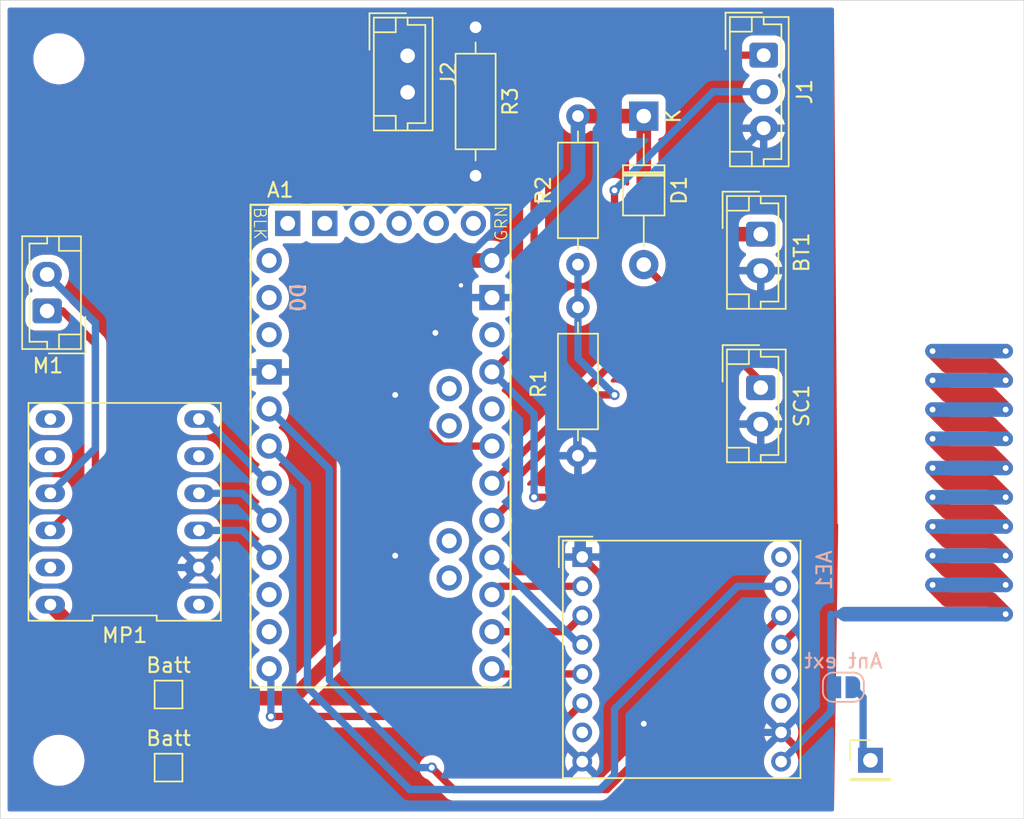
<source format=kicad_pcb>
(kicad_pcb
	(version 20241229)
	(generator "pcbnew")
	(generator_version "9.0")
	(general
		(thickness 1.6)
		(legacy_teardrops no)
	)
	(paper "A4")
	(layers
		(0 "F.Cu" signal)
		(2 "B.Cu" signal)
		(9 "F.Adhes" user "F.Adhesive")
		(11 "B.Adhes" user "B.Adhesive")
		(13 "F.Paste" user)
		(15 "B.Paste" user)
		(5 "F.SilkS" user "F.Silkscreen")
		(7 "B.SilkS" user "B.Silkscreen")
		(1 "F.Mask" user)
		(3 "B.Mask" user)
		(17 "Dwgs.User" user "User.Drawings")
		(19 "Cmts.User" user "User.Comments")
		(21 "Eco1.User" user "User.Eco1")
		(23 "Eco2.User" user "User.Eco2")
		(25 "Edge.Cuts" user)
		(27 "Margin" user)
		(31 "F.CrtYd" user "F.Courtyard")
		(29 "B.CrtYd" user "B.Courtyard")
		(35 "F.Fab" user)
		(33 "B.Fab" user)
		(39 "User.1" user)
		(41 "User.2" user)
		(43 "User.3" user)
		(45 "User.4" user)
		(47 "User.5" user)
		(49 "User.6" user)
		(51 "User.7" user)
		(53 "User.8" user)
		(55 "User.9" user)
	)
	(setup
		(pad_to_mask_clearance 0)
		(allow_soldermask_bridges_in_footprints no)
		(tenting front back)
		(pcbplotparams
			(layerselection 0x00000000_00000000_55555555_5755f5ff)
			(plot_on_all_layers_selection 0x00000000_00000000_00000000_00000000)
			(disableapertmacros no)
			(usegerberextensions no)
			(usegerberattributes yes)
			(usegerberadvancedattributes yes)
			(creategerberjobfile yes)
			(dashed_line_dash_ratio 12.000000)
			(dashed_line_gap_ratio 3.000000)
			(svgprecision 4)
			(plotframeref no)
			(mode 1)
			(useauxorigin no)
			(hpglpennumber 1)
			(hpglpenspeed 20)
			(hpglpendiameter 15.000000)
			(pdf_front_fp_property_popups yes)
			(pdf_back_fp_property_popups yes)
			(pdf_metadata yes)
			(pdf_single_document no)
			(dxfpolygonmode yes)
			(dxfimperialunits yes)
			(dxfusepcbnewfont yes)
			(psnegative no)
			(psa4output no)
			(plot_black_and_white yes)
			(sketchpadsonfab no)
			(plotpadnumbers no)
			(hidednponfab no)
			(sketchdnponfab yes)
			(crossoutdnponfab yes)
			(subtractmaskfromsilk no)
			(outputformat 1)
			(mirror no)
			(drillshape 1)
			(scaleselection 1)
			(outputdirectory "")
		)
	)
	(net 0 "")
	(net 1 "Net-(D1-A)")
	(net 2 "GND")
	(net 3 "Net-(A1-PadA0)")
	(net 4 "unconnected-(A1-PadD7)")
	(net 5 "Net-(A1-D13_SCK)")
	(net 6 "Net-(A1-D3_INT1)")
	(net 7 "unconnected-(U1-DIO3-Pad11)")
	(net 8 "Net-(A1-D10_CS)")
	(net 9 "Net-(A1-D2_INT0)")
	(net 10 "Net-(A1-D11_MOSI)")
	(net 11 "unconnected-(U1-DIO2-Pad16)")
	(net 12 "Net-(U1-RESET)")
	(net 13 "unconnected-(U1-DIO5-Pad7)")
	(net 14 "Net-(A1-D12_MISO)")
	(net 15 "unconnected-(U1-DIO4-Pad12)")
	(net 16 "unconnected-(A1-PadTXO)")
	(net 17 "Net-(MP1-IN2)")
	(net 18 "unconnected-(A1-PadA7)")
	(net 19 "Net-(J1-Pin_2)")
	(net 20 "unconnected-(A1-A5{slash}SCL-PadA5)")
	(net 21 "Net-(J1-Pin_1)")
	(net 22 "unconnected-(A1-Vcc-PadVcc2)")
	(net 23 "unconnected-(A1-PadA6)")
	(net 24 "unconnected-(A1-PadA3)")
	(net 25 "unconnected-(A1-~{DTR}-PadDTR)")
	(net 26 "unconnected-(A1-GND-PadGND5)")
	(net 27 "+BATT")
	(net 28 "Net-(MP1-nSLEEP_HB)")
	(net 29 "unconnected-(A1-GND-PadGND4)")
	(net 30 "Net-(MP1-IN1)")
	(net 31 "unconnected-(A1-A4{slash}SDA-PadA4)")
	(net 32 "unconnected-(A1-RESET-PadRST2)")
	(net 33 "unconnected-(A1-PadD8)")
	(net 34 "unconnected-(A1-PadRXI)")
	(net 35 "unconnected-(A1-D0{slash}RX-PadD0)")
	(net 36 "Net-(J2-Pin_2)")
	(net 37 "unconnected-(A1-RESET-PadRST1)")
	(net 38 "unconnected-(A1-D1{slash}TX-PadD1)")
	(net 39 "Net-(AE1-A)")
	(net 40 "Net-(M1-+)")
	(net 41 "Net-(M1--)")
	(net 42 "unconnected-(MP1-GND-Pad11)")
	(net 43 "unconnected-(MP1-VM-Pad1)")
	(net 44 "unconnected-(MP1-VISEN-Pad5)")
	(net 45 "unconnected-(MP1-ISET-Pad8)")
	(net 46 "unconnected-(MP1-V3P3-Pad7)")
	(footprint "MountingHole:MountingHole_3mm" (layer "F.Cu") (at 137 50))
	(footprint "Connector_PinHeader_2.54mm:PinHeader_1x01_P2.54mm_Vertical" (layer "F.Cu") (at 130.5 98))
	(footprint "Connector_JST:JST_EH_B2B-EH-A_1x02_P2.50mm_Vertical" (layer "F.Cu") (at 74.2 67.25 90))
	(footprint "Resistor_THT:R_Axial_DIN0207_L6.3mm_D2.5mm_P10.16mm_Horizontal" (layer "F.Cu") (at 110.5 67 -90))
	(footprint "PCM_arduino-library:Arduino_Pro_Mini_Socket" (layer "F.Cu") (at 97 76.5))
	(footprint "MountingHole:MountingHole_3mm" (layer "F.Cu") (at 75 50))
	(footprint "TestPoint:TestPoint_Pad_1.5x1.5mm" (layer "F.Cu") (at 82.5 98.5))
	(footprint "Connector_JST:JST_EH_B3B-EH-A_1x03_P2.50mm_Vertical" (layer "F.Cu") (at 123.2 49.75 -90))
	(footprint "TestPoint:TestPoint_Pad_1.5x1.5mm" (layer "F.Cu") (at 82.5 93.5))
	(footprint "Resistor_THT:R_Axial_DIN0207_L6.3mm_D2.5mm_P10.16mm_Horizontal" (layer "F.Cu") (at 110.5 64.08 90))
	(footprint "Connector_JST:JST_EH_B2B-EH-A_1x02_P2.50mm_Vertical" (layer "F.Cu") (at 98.85 49.79 -90))
	(footprint "Connector_JST:JST_EH_B2B-EH-A_1x02_P2.50mm_Vertical" (layer "F.Cu") (at 123 72.5 -90))
	(footprint "RF_Module:HOPERF_RFM9XW_THT" (layer "F.Cu") (at 110.7925 84.0925))
	(footprint "MountingHole:MountingHole_3mm" (layer "F.Cu") (at 137 98))
	(footprint "watering:MP6550" (layer "F.Cu") (at 79.5 81 90))
	(footprint "Diode_THT:D_T-1_P10.16mm_Horizontal" (layer "F.Cu") (at 115 53.92 -90))
	(footprint "Resistor_THT:R_Axial_DIN0207_L6.3mm_D2.5mm_P10.16mm_Horizontal" (layer "F.Cu") (at 103.5 47.84 -90))
	(footprint "MountingHole:MountingHole_3mm" (layer "F.Cu") (at 75 98))
	(footprint "Connector_JST:JST_EH_B2B-EH-A_1x02_P2.50mm_Vertical" (layer "F.Cu") (at 123 62 -90))
	(footprint "RF_Antenna:Texas_SWRA416_868MHz_915MHz" (layer "B.Cu") (at 133.95 79 90))
	(footprint "Jumper:SolderJumper-2_P1.3mm_Open_RoundedPad1.0x1.5mm" (layer "B.Cu") (at 128.65 93 180))
	(gr_rect
		(start 71 46)
		(end 141 102)
		(stroke
			(width 0.05)
			(type default)
		)
		(fill no)
		(layer "Edge.Cuts")
		(uuid "d590ec90-13aa-4b9c-8534-da103893a30c")
	)
	(segment
		(start 123 72.08)
		(end 123 72.5)
		(width 0.5)
		(layer "F.Cu")
		(net 1)
		(uuid "14e48ee1-eb58-4623-9eb7-56aa8b3da45a")
	)
	(segment
		(start 115 64.08)
		(end 123 72.08)
		(width 0.5)
		(layer "F.Cu")
		(net 1)
		(uuid "24f4aad6-79fe-46ba-9d29-514445fa9f78")
	)
	(segment
		(start 82.5 58)
		(end 81.5 59)
		(width 0.5)
		(layer "F.Cu")
		(net 2)
		(uuid "0f20fac1-7672-44fa-ab36-706843011a9e")
	)
	(segment
		(start 113.247525 95.637475)
		(end 110.7925 98.0925)
		(width 0.5)
		(layer "F.Cu")
		(net 2)
		(uuid "3cc010ac-7a37-4980-9423-fcfba1ec71cf")
	)
	(segment
		(start 113.247525 95.5)
		(end 113.247525 95.637475)
		(width 0.5)
		(layer "F.Cu")
		(net 2)
		(uuid "5147024b-41f1-4ba1-9784-3cd88e1be63e")
	)
	(segment
		(start 110.7925 84.0925)
		(end 113.247525 86.547525)
		(width 0.5)
		(layer "F.Cu")
		(net 2)
		(uuid "5435d153-1cb6-4e0e-a879-5a119aef5ca3")
	)
	(segment
		(start 113.247525 95.5)
		(end 115 95.5)
		(width 0.5)
		(layer "F.Cu")
		(net 2)
		(uuid "6ca63f47-015e-4fa2-87ef-8d5b76d94a41")
	)
	(segment
		(start 81.5 59)
		(end 81.5 73.5)
		(width 0.5)
		(layer "F.Cu")
		(net 2)
		(uuid "8ecb5f71-ce61-487e-b3b8-48ef70a329df")
	)
	(segment
		(start 103.5 58)
		(end 82.5 58)
		(width 0.5)
		(layer "F.Cu")
		(net 2)
		(uuid "e0a59974-f839-4502-808f-1fd3c8fd92c1")
	)
	(segment
		(start 113.247525 86.547525)
		(end 113.247525 95.5)
		(width 0.5)
		(layer "F.Cu")
		(net 2)
		(uuid "f1fede6e-dfe7-4b73-8303-e2d935cdc641")
	)
	(via
		(at 98 73)
		(size 0.7)
		(drill 0.4)
		(layers "F.Cu" "B.Cu")
		(free yes)
		(net 2)
		(uuid "773980d8-b13b-4f32-bea1-b70a01d002df")
	)
	(via
		(at 100.75 68.75)
		(size 0.7)
		(drill 0.4)
		(layers "F.Cu" "B.Cu")
		(free yes)
		(net 2)
		(uuid "8b05f7b8-8638-42cf-bdc9-1485075b1c0c")
	)
	(via
		(at 98 84)
		(size 0.7)
		(drill 0.4)
		(layers "F.Cu" "B.Cu")
		(free yes)
		(net 2)
		(uuid "b5f36c39-52b7-4ea2-8b23-88cf6a9ae28e")
	)
	(via
		(at 115 95.5)
		(size 0.7)
		(drill 0.4)
		(layers "F.Cu" "B.Cu")
		(net 2)
		(uuid "d8a01b14-d1c9-4930-b3bb-c17c882b09e2")
	)
	(segment
		(start 108.14 71.22)
		(end 111.92 75)
		(width 0.5)
		(layer "B.Cu")
		(net 2)
		(uuid "01a6493b-2e75-4be5-a8b5-06b12e2a88c8")
	)
	(segment
		(start 118.5 59.45)
		(end 123.2 54.75)
		(width 0.5)
		(layer "B.Cu")
		(net 2)
		(uuid "052ac043-c9cd-44cf-a8fe-7980bfcf109e")
	)
	(segment
		(start 83.58 71.42)
		(end 81.5 73.5)
		(width 0.5)
		(layer "B.Cu")
		(net 2)
		(uuid "136f6068-cf89-4501-9ff3-e9e3f7822ed0")
	)
	(segment
		(start 110.5 77.16)
		(end 110.5 83.8)
		(width 0.5)
		(layer "B.Cu")
		(net 2)
		(uuid "2d800832-3c12-4e24-9bec-8fa5bcfa30ad")
	)
	(segment
		(start 110.5 83.8)
		(end 110.7925 84.0925)
		(width 0.5)
		(layer "B.Cu")
		(net 2)
		(uuid "3b720988-b154-46e5-b7a3-7cbe86c2d18a")
	)
	(segment
		(start 112 75)
		(end 118.5 75)
		(width 0.5)
		(layer "B.Cu")
		(net 2)
		(uuid "3d9601c4-397b-478f-8cd8-be3603d1c3c8")
	)
	(segment
		(start 110.42 77.08)
		(end 110.5 77.16)
		(width 0.5)
		(layer "B.Cu")
		(net 2)
		(uuid "46ccfaf5-41ff-4ae5-8848-c684a3ba16c7")
	)
	(segment
		(start 115 95.5)
		(end 115.5925 96.0925)
		(width 0.5)
		(layer "B.Cu")
		(net 2)
		(uuid "63c6e1cc-070d-4c68-a9b4-8adef13fb9a5")
	)
	(segment
		(start 118.5 66.5)
		(end 118.5 59.45)
		(width 0.5)
		(layer "B.Cu")
		(net 2)
		(uuid "651c9e5c-a190-46e5-974b-02e3a280256b")
	)
	(segment
		(start 120.5 64.5)
		(end 123 64.5)
		(width 0.5)
		(layer "B.Cu")
		(net 2)
		(uuid "6e3a7e79-0be4-4da9-8eeb-42c5c77466a2")
	)
	(segment
		(start 89.38 71.42)
		(end 83.58 71.42)
		(width 0.5)
		(layer "B.Cu")
		(net 2)
		(uuid "6ef4257d-8467-40b7-b50f-b0ae7af57c28")
	)
	(segment
		(start 95.08 71.42)
		(end 100.16 66.34)
		(width 0.5)
		(layer "B.Cu")
		(net 2)
		(uuid "7140ec08-6acb-4d39-aba0-4dc49fb321f3")
	)
	(segment
		(start 110.42 73.5)
		(end 110.42 77.08)
		(width 0.5)
		(layer "B.Cu")
		(net 2)
		(uuid "76304c22-e4bd-4c07-9ab6-dfd7e1deafb1")
	)
	(segment
		(start 81.5 83.5)
		(end 81.5 73.5)
		(width 0.5)
		(layer "B.Cu")
		(net 2)
		(uuid "76c69365-2797-4a8e-902e-0dfc360911e6")
	)
	(segment
		(start 84.58 84.81)
		(end 82.81 84.81)
		(width 0.5)
		(layer "B.Cu")
		(net 2)
		(uuid "7764b64f-cde7-44ae-b02a-e676e26a2d63")
	)
	(segment
		(start 111.92 75)
		(end 112 75)
		(width 0.5)
		(layer "B.Cu")
		(net 2)
		(uuid "79f6c648-8f20-4083-aab0-d681641c8289")
	)
	(segment
		(start 115.5925 96.0925)
		(end 124.3925 96.0925)
		(width 0.5)
		(layer "B.Cu")
		(net 2)
		(uuid "8dd0e17a-0729-4b03-bd01-43f82cf61b17")
	)
	(segment
		(start 108.14 67.64)
		(end 108.14 71.22)
		(width 0.5)
		(layer "B.Cu")
		(net 2)
		(uuid "9080a889-bc12-486c-b1d9-35b27a6a4da2")
	)
	(segment
		(start 104.62 66.34)
		(end 106.84 66.34)
		(width 0.5)
		(layer "B.Cu")
		(net 2)
		(uuid "9a57c734-3027-48ef-9c80-5141d5025109")
	)
	(segment
		(start 100.16 66.34)
		(end 104.62 66.34)
		(width 0.5)
		(layer "B.Cu")
		(net 2)
		(uuid "ad008860-6421-43a8-984d-6e61d35f0e1d")
	)
	(segment
		(start 108.14 71.22)
		(end 110.42 73.5)
		(width 0.5)
		(layer "B.Cu")
		(net 2)
		(uuid "b4e685c4-eda7-4ac3-be4d-630748f2a213")
	)
	(segment
		(start 110.42 73.5)
		(end 110.5 73.5)
		(width 0.5)
		(layer "B.Cu")
		(net 2)
		(uuid "c89538c4-8035-46de-b923-4cb011e3d746")
	)
	(segment
		(start 118.5 75)
		(end 123 75)
		(width 0.5)
		(layer "B.Cu")
		(net 2)
		(uuid "ca59d784-dc53-4d90-bf4b-861e775092dd")
	)
	(segment
		(start 118.5 66.5)
		(end 120.5 64.5)
		(width 0.5)
		(layer "B.Cu")
		(net 2)
		(uuid "d19e35f5-31ce-4ad5-a1e1-7dea601d4349")
	)
	(segment
		(start 89.38 71.42)
		(end 95.08 71.42)
		(width 0.5)
		(layer "B.Cu")
		(net 2)
		(uuid "db88e6d7-d93b-4435-bddc-0a14738c3f24")
	)
	(segment
		(start 106.84 66.34)
		(end 108.14 67.64)
		(width 0.5)
		(layer "B.Cu")
		(net 2)
		(uuid "dd7117ab-b423-4e74-b06c-a77d39b7cdce")
	)
	(segment
		(start 118.5 75)
		(end 118.5 66.5)
		(width 0.5)
		(layer "B.Cu")
		(net 2)
		(uuid "f1803eea-190d-4571-9493-98bb806bfbda")
	)
	(segment
		(start 110.5 73.5)
		(end 112 75)
		(width 0.5)
		(layer "B.Cu")
		(net 2)
		(uuid "f91a1447-61ef-4f72-bb9c-9a5ef0295953")
	)
	(segment
		(start 82.81 84.81)
		(end 81.5 83.5)
		(width 0.5)
		(layer "B.Cu")
		(net 2)
		(uuid "fce1d8c7-c5fd-4146-96fe-995d34dd011a")
	)
	(segment
		(start 112 73)
		(end 113 73)
		(width 0.5)
		(layer "F.Cu")
		(net 3)
		(uuid "0944d5d8-a3cd-46d7-b1ee-f5237f06f76b")
	)
	(segment
		(start 104.62 81.58)
		(end 105.9336 80.2664)
		(width 0.5)
		(layer "F.Cu")
		(net 3)
		(uuid "16681ce6-770e-41c6-8863-0f7e2e476d93")
	)
	(segment
		(start 105.9336 79.0664)
		(end 112 73)
		(width 0.5)
		(layer "F.Cu")
		(net 3)
		(uuid "5f6fefe5-7c48-4e40-883e-3f3ea84c6fac")
	)
	(segment
		(start 105.9336 80.2664)
		(end 105.9336 79.0664)
		(width 0.5)
		(layer "F.Cu")
		(net 3)
		(uuid "ba522ee3-f0a6-4ff4-ba29-e405722203f1")
	)
	(via
		(at 113 73)
		(size 0.7)
		(drill 0.4)
		(layers "F.Cu" "B.Cu")
		(net 3)
		(uuid "8ccae3f9-7c9e-4d33-bd37-a39f564c4a60")
	)
	(segment
		(start 110.5 70.5)
		(end 110.5 67)
		(width 0.5)
		(layer "B.Cu")
		(net 3)
		(uuid "1aebdc1a-0d1c-4e19-979f-c962e5ca9467")
	)
	(segment
		(start 113 73)
		(end 110.5 70.5)
		(width 0.5)
		(layer "B.Cu")
		(net 3)
		(uuid "ac1a11d2-f936-43c1-883d-a964544276e4")
	)
	(segment
		(start 110.5 67)
		(end 110.5 64.08)
		(width 0.5)
		(layer "B.Cu")
		(net 3)
		(uuid "de1b4dfa-1b68-4206-a163-d17e912260ca")
	)
	(segment
		(start 104.62 84.12)
		(end 110.5925 90.0925)
		(width 0.5)
		(layer "B.Cu")
		(net 5)
		(uuid "3471a08a-a8f3-4ba3-b1d5-5269d69b416e")
	)
	(segment
		(start 110.5925 90.0925)
		(end 110.7925 90.0925)
		(width 0.5)
		(layer "B.Cu")
		(net 5)
		(uuid "4a8d2fdf-0fab-43ce-9738-2093b14a1264")
	)
	(segment
		(start 92 79.12)
		(end 92 93)
		(width 0.5)
		(layer "B.Cu")
		(net 6)
		(uuid "0b9d83a1-12db-4404-a1ae-f31750befc1a")
	)
	(segment
		(start 112 100)
		(end 113 99)
		(width 0.5)
		(layer "B.Cu")
		(net 6)
		(uuid "1d291145-a9ab-44b8-a934-b29fb56aa8ea")
	)
	(segment
		(start 113 99)
		(end 113 94.5)
		(width 0.5)
		(layer "B.Cu")
		(net 6)
		(uuid "30716786-7f4d-45d5-b8d1-c298e8d10a64")
	)
	(segment
		(start 92 93)
		(end 99 100)
		(width 0.5)
		(layer "B.Cu")
		(net 6)
		(uuid "78f3049d-3607-44c9-bc00-a90302a40031")
	)
	(segment
		(start 113 94.5)
		(end 121.4075 86.0925)
		(width 0.5)
		(layer "B.Cu")
		(net 6)
		(uuid "c9a1726d-bbc2-41cf-9e96-c405dc85c213")
	)
	(segment
		(start 121.4075 86.0925)
		(end 124.3925 86.0925)
		(width 0.5)
		(layer "B.Cu")
		(net 6)
		(uuid "ea8719fb-9dde-49fe-be26-a44aaa908578")
	)
	(segment
		(start 89.38 76.5)
		(end 92 79.12)
		(width 0.5)
		(layer "B.Cu")
		(net 6)
		(uuid "f4f98c21-edd9-43d8-b516-76722114eea5")
	)
	(segment
		(start 99 100)
		(end 112 100)
		(width 0.5)
		(layer "B.Cu")
		(net 6)
		(uuid "f89390de-7ec3-45b7-945d-fc85d7a14c95")
	)
	(segment
		(start 110.7925 92.0925)
		(end 104.9725 92.0925)
		(width 0.5)
		(layer "F.Cu")
		(net 8)
		(uuid "07cb6e0b-ef75-4848-a28a-9bf78b7c3c3d")
	)
	(segment
		(start 104.9725 92.0925)
		(end 104.62 91.74)
		(width 0.5)
		(layer "F.Cu")
		(net 8)
		(uuid "ab71b29f-c2db-43e0-a922-7a5fa68fbd3e")
	)
	(segment
		(start 100.5 98.5)
		(end 102 100)
		(width 0.5)
		(layer "F.Cu")
		(net 9)
		(uuid "03726878-e5b1-4610-a872-f341673a70e2")
	)
	(segment
		(start 102 100)
		(end 112.485 100)
		(width 0.5)
		(layer "F.Cu")
		(net 9)
		(uuid "09d26ec8-f4f9-4ddd-bf26-c8fd283a1ce3")
	)
	(segment
		(start 112.485 100)
		(end 124.3925 88.0925)
		(width 0.5)
		(layer "F.Cu")
		(net 9)
		(uuid "22a19ade-1561-40fd-b4ff-3c62148649bd")
	)
	(via
		(at 100.5 98.5)
		(size 0.7)
		(drill 0.4)
		(layers "F.Cu" "B.Cu")
		(net 9)
		(uuid "5ec9aac8-9d25-4663-bb9b-4bf2b8b6a358")
	)
	(segment
		(start 99.5 98.5)
		(end 100.5 98.5)
		(width 0.5)
		(layer "B.Cu")
		(net 9)
		(uuid "198686de-ba57-4b8f-bd80-e7bd98687b74")
	)
	(segment
		(start 93.5 92.5)
		(end 99.5 98.5)
		(width 0.5)
		(layer "B.Cu")
		(net 9)
		(uuid "96bfa899-a679-426f-b60b-2163d5209b44")
	)
	(segment
		(start 89.38 73.96)
		(end 93.5 78.08)
		(width 0.5)
		(layer "B.Cu")
		(net 9)
		(uuid "d649a2d1-18d5-4a64-9ed4-253557180c42")
	)
	(segment
		(start 93.5 78.08)
		(end 93.5 92.5)
		(width 0.5)
		(layer "B.Cu")
		(net 9)
		(uuid "e3b5c985-d3c8-4de8-af93-d040cab3e59e")
	)
	(segment
		(start 109.685 89.2)
		(end 110.7925 88.0925)
		(width 0.5)
		(layer "F.Cu")
		(net 10)
		(uuid "7baea109-2641-4403-851d-429594a3f9e1")
	)
	(segment
		(start 104.62 89.2)
		(end 109.685 89.2)
		(width 0.5)
		(layer "F.Cu")
		(net 10)
		(uuid "98e7f1e6-a8c8-4981-8acf-4e7054db1c04")
	)
	(segment
		(start 89.5 95)
		(end 109.885 95)
		(width 0.5)
		(layer "F.Cu")
		(net 12)
		(uuid "bd24390f-7579-4568-9620-68ca57c53004")
	)
	(segment
		(start 109.885 95)
		(end 110.7925 94.0925)
		(width 0.5)
		(layer "F.Cu")
		(net 12)
		(uuid "ec7eb80e-f9fd-43a8-9b19-88a49a4a924e")
	)
	(via
		(at 89.5 95)
		(size 0.7)
		(drill 0.4)
		(layers "F.Cu" "B.Cu")
		(net 12)
		(uuid "98214090-e77e-44c9-b79d-28b90254ee4d")
	)
	(segment
		(start 89.5 91.86)
		(end 89.38 91.74)
		(width 0.5)
		(layer "B.Cu")
		(net 12)
		(uuid "577396a6-25f6-4f92-ac0f-289542314bbe")
	)
	(segment
		(start 89.5 95)
		(end 89.5 91.86)
		(width 0.5)
		(layer "B.Cu")
		(net 12)
		(uuid "98bc5129-2747-476b-ac90-79811b7888e2")
	)
	(segment
		(start 105.1875 86.0925)
		(end 104.62 86.66)
		(width 0.5)
		(layer "F.Cu")
		(net 14)
		(uuid "07491fba-6c16-47bf-b947-e0702a8161ca")
	)
	(segment
		(start 110.7925 86.0925)
		(end 105.1875 86.0925)
		(width 0.5)
		(layer "F.Cu")
		(net 14)
		(uuid "3229078c-e77e-4eb8-a12a-452b6d24850e")
	)
	(segment
		(start 87.53 82.27)
		(end 89.38 84.12)
		(width 0.5)
		(layer "B.Cu")
		(net 17)
		(uuid "50c1f31e-ec70-4b46-a524-55aa2258f396")
	)
	(segment
		(start 84.58 82.27)
		(end 87.53 82.27)
		(width 0.5)
		(layer "B.Cu")
		(net 17)
		(uuid "f5db03b6-979f-4067-86bb-30cb8666e880")
	)
	(segment
		(start 113 70.66)
		(end 113 59)
		(width 0.5)
		(layer "F.Cu")
		(net 19)
		(uuid "19fd97e5-20e0-4c3f-952a-8bf3a06c7282")
	)
	(segment
		(start 104.62 79.04)
		(end 113 70.66)
		(width 0.5)
		(layer "F.Cu")
		(net 19)
		(uuid "5bc6df40-a8bd-42b8-82a6-a79f95252038")
	)
	(via
		(at 113 59)
		(size 0.7)
		(drill 0.4)
		(layers "F.Cu" "B.Cu")
		(net 19)
		(uuid "fa967999-759d-409b-87eb-46e7282e79bd")
	)
	(segment
		(start 113 59)
		(end 119.75 52.25)
		(width 0.5)
		(layer "B.Cu")
		(net 19)
		(uuid "83205371-6acf-467c-aca1-f4a41361322e")
	)
	(segment
		(start 119.75 52.25)
		(end 123.2 52.25)
		(width 0.5)
		(layer "B.Cu")
		(net 19)
		(uuid "d634d9bc-4946-4806-926c-c21552cb79a0")
	)
	(segment
		(start 104.79 49.79)
		(end 107.5 52.5)
		(width 0.5)
		(layer "F.Cu")
		(net 21)
		(uuid "08a05721-3170-4868-91bf-9b0832670580")
	)
	(segment
		(start 110.25 49.75)
		(end 123.2 49.75)
		(width 0.5)
		(layer "F.Cu")
		(net 21)
		(uuid "0fc51f2e-cbc1-4b99-a0ca-d9d6739f985b")
	)
	(segment
		(start 123.5 80)
		(end 107.5 80)
		(width 0.5)
		(layer "F.Cu")
		(net 21)
		(uuid "22debf47-8d46-481c-928a-bd2216051f3b")
	)
	(segment
		(start 124.3925 90.0925)
		(end 126 88.485)
		(width 0.5)
		(layer "F.Cu")
		(net 21)
		(uuid "7e43788d-2c33-445f-9682-e03a23839291")
	)
	(segment
		(start 98.85 49.79)
		(end 104.79 49.79)
		(width 0.5)
		(layer "F.Cu")
		(net 21)
		(uuid "90294dec-7c21-4211-95b7-d992e6703f75")
	)
	(segment
		(start 104.62 71.42)
		(end 107.5 68.54)
		(width 0.5)
		(layer "F.Cu")
		(net 21)
		(uuid "ab88f627-56a0-4e07-bb52-a1bb1b83921a")
	)
	(segment
		(start 107.5 68.54)
		(end 107.5 52.5)
		(width 0.5)
		(layer "F.Cu")
		(net 21)
		(uuid "aefa3ce5-3510-4b0e-8855-7e1a824f8c86")
	)
	(segment
		(start 107.5 52.5)
		(end 110.25 49.75)
		(width 0.5)
		(layer "F.Cu")
		(net 21)
		(uuid "bcaef91a-1a3d-4601-bdaf-42b587192c74")
	)
	(segment
		(start 126 88.485)
		(end 126 82.5)
		(width 0.5)
		(layer "F.Cu")
		(net 21)
		(uuid "c756e324-203b-4425-a9e3-a7a814b23732")
	)
	(segment
		(start 126 82.5)
		(end 123.5 80)
		(width 0.5)
		(layer "F.Cu")
		(net 21)
		(uuid "c89018f7-d25c-4032-acaa-0a0fe7c1602f")
	)
	(via
		(at 107.5 80)
		(size 0.7)
		(drill 0.4)
		(layers "F.Cu" "B.Cu")
		(net 21)
		(uuid "810c2333-d3db-4f68-b419-e4912c685650")
	)
	(segment
		(start 104.62 71.42)
		(end 107.5 74.3)
		(width 0.5)
		(layer "B.Cu")
		(net 21)
		(uuid "04e9e44b-dd4e-49b0-b7d0-9e2187c9d061")
	)
	(segment
		(start 107.5 74.3)
		(end 107.5 80)
		(width 0.5)
		(layer "B.Cu")
		(net 21)
		(uuid "1adc6af4-98e0-42d1-86ec-115fbbdca25a")
	)
	(segment
		(start 104.62 63.8)
		(end 101.95 63.8)
		(width 1)
		(layer "F.Cu")
		(net 27)
		(uuid "00f53cef-e82f-47d7-a429-75c7a6bd7ae0")
	)
	(segment
		(start 95 89.75)
		(end 91 93.75)
		(width 1)
		(layer "F.Cu")
		(net 27)
		(uuid "2441cf76-2aa1-4373-a0bb-2e2b98a087c8")
	)
	(segment
		(start 115 60.5)
		(end 115 53.92)
		(width 1)
		(layer "F.Cu")
		(net 27)
		(uuid "45a25931-8d30-48a7-b19a-a2f1eb5da11f")
	)
	(segment
		(start 91 93.75)
		(end 80.82 93.75)
		(width 1)
		(layer "F.Cu")
		(net 27)
		(uuid "52f03036-ae55-4098-90f8-87ba3529f2aa")
	)
	(segment
		(start 95 70.75)
		(end 95 89.75)
		(width 1)
		(layer "F.Cu")
		(net 27)
		(uuid "8f9c5de9-3163-450a-adcb-90e8824f451f")
	)
	(segment
		(start 123 62)
		(end 116.5 62)
		(width 1)
		(layer "F.Cu")
		(net 27)
		(uuid "abde6fbc-139c-4f46-840b-5138c3955327")
	)
	(segment
		(start 101.95 63.8)
		(end 95 70.75)
		(width 1)
		(layer "F.Cu")
		(net 27)
		(uuid "c3c1a691-86cb-4e94-9bce-0f20cb62ec69")
	)
	(segment
		(start 115 53.92)
		(end 110.5 53.92)
		(width 1)
		(layer "F.Cu")
		(net 27)
		(uuid "c4bb4641-47e0-471e-b881-2cf13ab5fd60")
	)
	(segment
		(start 116.5 62)
		(end 115 60.5)
		(width 1)
		(layer "F.Cu")
		(net 27)
		(uuid "c789cd73-a850-48c7-bf0d-ad81156b826c")
	)
	(segment
		(start 80.82 93.75)
		(end 74.42 87.35)
		(width 1)
		(layer "F.Cu")
		(net 27)
		(uuid "cc7f2f5c-0740-4283-a1f7-a1ba2835a7a7")
	)
	(segment
		(start 110.5 57.92)
		(end 110.5 53.92)
		(width 1)
		(layer "B.Cu")
		(net 27)
		(uuid "05bac9c9-c269-4312-b593-2f261431db90")
	)
	(segment
		(start 104.62 63.8)
		(end 110.5 57.92)
		(width 1)
		(layer "B.Cu")
		(net 27)
		(uuid "90616f55-83ec-4902-9533-1b95a8aaa390")
	)
	(segment
		(start 84.99 74.65)
		(end 89.38 79.04)
		(width 0.5)
		(layer "B.Cu")
		(net 28)
		(uuid "61ae116e-14f4-4620-a30b-09857123a10c")
	)
	(segment
		(start 84.58 74.65)
		(end 84.99 74.65)
		(width 0.5)
		(layer "B.Cu")
		(net 28)
		(uuid "d2754008-41b5-413d-8c4a-83a7862c2561")
	)
	(segment
		(start 87.53 79.73)
		(end 89.38 81.58)
		(width 0.5)
		(layer "B.Cu")
		(net 30)
		(uuid "1fccbedb-fcb2-4b1d-ad6f-84f22efaf8ce")
	)
	(segment
		(start 84.58 79.73)
		(end 87.53 79.73)
		(width 0.5)
		(layer "B.Cu")
		(net 30)
		(uuid "b14e9416-f8ad-44da-88e3-e3f6d22dc9be")
	)
	(segment
		(start 99.949 68.051)
		(end 102.5 65.5)
		(width 0.5)
		(layer "F.Cu")
		(net 36)
		(uuid "5c6cf12a-86d4-4978-a40c-09ae34191a5f")
	)
	(segment
		(start 99.949 75.224626)
		(end 99.949 68.051)
		(width 0.5)
		(layer "F.Cu")
		(net 36)
		(uuid "75c9b96c-a70c-4d98-aca3-53e0ea7f3ba2")
	)
	(segment
		(start 104.62 76.5)
		(end 101.224374 76.5)
		(width 0.5)
		(layer "F.Cu")
		(net 36)
		(uuid "86cf4c4f-dfeb-4305-b48d-062e5a1907d7")
	)
	(segment
		(start 101.224374 76.5)
		(end 99.949 75.224626)
		(width 0.5)
		(layer "F.Cu")
		(net 36)
		(uuid "fa7d67ad-c5a8-41b0-9aaa-2de9ea0b7089")
	)
	(via
		(at 102.5 65.5)
		(size 0.6)
		(drill 0.3)
		(layers "F.Cu" "B.Cu")
		(net 36)
		(uuid "dae3ba0e-dc02-4e97-81b5-cca6f31cfb5f")
	)
	(segment
		(start 102.5 65.5)
		(end 102.5 63.969126)
		(width 0.5)
		(layer "B.Cu")
		(net 36)
		(uuid "12808b42-011b-4229-88b8-b9aaba0717f1")
	)
	(segment
		(start 102.5 63.969126)
		(end 104.751 61.718126)
		(width 0.5)
		(layer "B.Cu")
		(net 36)
		(uuid "4f8955ce-cd5b-47d4-aeb8-3cd171bffb6a")
	)
	(segment
		(start 103.5 55.74)
		(end 103.5 47.84)
		(width 0.5)
		(layer "B.Cu")
		(net 36)
		(uuid "5b230dca-a328-4144-9c1e-ffc17fcd2330")
	)
	(segment
		(start 100.05 52.29)
		(end 98.85 52.29)
		(width 0.5)
		(layer "B.Cu")
		(net 36)
		(uuid "8928b0a2-bb09-4fc7-90d7-6862762799f7")
	)
	(segment
		(start 98.85 52.29)
		(end 99.05 52.29)
		(width 0.5)
		(layer "B.Cu")
		(net 36)
		(uuid "9bdd2dd0-7dc3-432f-989e-a045ef126a3b")
	)
	(segment
		(start 104.751 56.991)
		(end 103.5 55.74)
		(width 0.5)
		(layer "B.Cu")
		(net 36)
		(uuid "c1d66f27-bf1c-486d-b2af-756a694d27ff")
	)
	(segment
		(start 104.751 61.718126)
		(end 104.751 56.991)
		(width 0.5)
		(layer "B.Cu")
		(net 36)
		(uuid "d249a3d2-0c86-48d6-9773-9776c2b8fe4a")
	)
	(segment
		(start 104.751 56.991)
		(end 100.05 52.29)
		(width 0.5)
		(layer "B.Cu")
		(net 36)
		(uuid "d9f84264-f0af-418a-9a55-8b3fed25f78f")
	)
	(segment
		(start 130 97.5)
		(end 130 93.7)
		(width 0.5)
		(layer "B.Cu")
		(net 39)
		(uuid "30213efe-d97d-4ec9-9f2e-6699733f2867")
	)
	(segment
		(start 127.8 94.685)
		(end 127.8 93)
		(width 0.5)
		(layer "B.Cu")
		(net 39)
		(uuid "37d80f2b-0139-4c23-b0a8-da00095a608d")
	)
	(segment
		(start 130.5 98)
		(end 130 97.5)
		(width 0.5)
		(layer "B.Cu")
		(net 39)
		(uuid "7ba25b69-915d-4bd2-9b86-b0f555153e3a")
	)
	(segment
		(start 124.3925 98.0925)
		(end 127.8 94.685)
		(width 0.5)
		(layer "B.Cu")
		(net 39)
		(uuid "96c25340-9694-49f4-baea-f154c56f105e")
	)
	(segment
		(start 128 93)
		(end 127.8 93)
		(width 0.5)
		(layer "B.Cu")
		(net 39)
		(uuid "b4448ea1-9e04-48d9-a497-1a1b8180068e")
	)
	(segment
		(start 127.8 92.5)
		(end 127.8 88)
		(width 0.5)
		(layer "B.Cu")
		(net 39)
		(uuid "c8fbe38b-a11c-4166-922d-e89bfc9ab26b")
	)
	(segment
		(start 127.8 93)
		(end 127.8 92.5)
		(width 0.5)
		(layer "B.Cu")
		(net 39)
		(uuid "e43a100d-83c8-4466-8b9a-80f9f0d04a18")
	)
	(segment
		(start 130 93.7)
		(end 129.3 93)
		(width 0.5)
		(layer "B.Cu")
		(net 39)
		(uuid "ff324b3a-4400-4b27-95e9-ea5078fd97bc")
	)
	(segment
		(start 77.5 79.19)
		(end 74.42 82.27)
		(width 0.5)
		(layer "F.Cu")
		(net 40)
		(uuid "94212de4-0a9f-455d-959c-35073c992c40")
	)
	(segment
		(start 75.25 67.25)
		(end 77.5 69.5)
		(width 0.5)
		(layer "F.Cu")
		(net 40)
		(uuid "a9eeae35-3ee1-466d-a898-695ce5495483")
	)
	(segment
		(start 74.2 67.25)
		(end 75.25 67.25)
		(width 0.5)
		(layer "F.Cu")
		(net 40)
		(uuid "e92490d2-c712-4e4a-88df-d4c8dd4a2075")
	)
	(segment
		(start 77.5 69.5)
		(end 77.5 79.19)
		(width 0.5)
		(layer "F.Cu")
		(net 40)
		(uuid "fa29b574-e311-4b6c-b69a-29abb61657ff")
	)
	(segment
		(start 77.5 76.65)
		(end 74.42 79.73)
		(width 0.5)
		(layer "B.Cu")
		(net 41)
		(uuid "408f4d68-b14d-461e-b7f8-306b0fe228f4")
	)
	(segment
		(start 77.5 68.05)
		(end 77.5 76.65)
		(width 0.5)
		(layer "B.Cu")
		(net 41)
		(uuid "b2268700-7c38-429b-a379-a228dfbd3e72")
	)
	(segment
		(start 74.2 64.75)
		(end 77.5 68.05)
		(width 0.5)
		(layer "B.Cu")
		(net 41)
		(uuid "c9c31108-7294-4e88-b98f-e4a7b7303405")
	)
	(zone
		(net 2)
		(net_name "GND")
		(layer "F.Cu")
		(uuid "0cd623d3-ee7b-4aa4-8ec6-a1a6d3e56360")
		(hatch edge 0.5)
		(connect_pads
			(clearance 0.5)
		)
		(min_thickness 0.25)
		(filled_areas_thickness no)
		(fill yes
			(thermal_gap 0.5)
			(thermal_bridge_width 0.5)
		)
		(polygon
			(pts
				(xy 128 102) (xy 128.3 81.8) (xy 128.25 81.8) (xy 128 46) (xy 71 46) (xy 71 102)
			)
		)
		(filled_polygon
			(layer "F.Cu")
			(pts
				(xy 106.769019 80.497477) (xy 106.800236 80.505445) (xy 106.802626 80.507711) (xy 106.80504 80.508446)
				(xy 106.8118 80.516407) (xy 106.834702 80.538116) (xy 106.83551 80.537454) (xy 106.839376 80.542165)
				(xy 106.957837 80.660626) (xy 107.003815 80.691347) (xy 107.097137 80.753703) (xy 107.251918 80.817816)
				(xy 107.414649 80.850185) (xy 107.416228 80.850499) (xy 107.416232 80.8505) (xy 107.416233 80.8505)
				(xy 107.583768 80.8505) (xy 107.583769 80.850499) (xy 107.748082 80.817816) (xy 107.887808 80.759938)
				(xy 107.935261 80.7505) (xy 123.13777 80.7505) (xy 123.204809 80.770185) (xy 123.225451 80.786819)
				(xy 125.213181 82.774549) (xy 125.227884 82.801476) (xy 125.244477 82.827295) (xy 125.245368 82.833495)
				(xy 125.246666 82.835872) (xy 125.2495 82.86223) (xy 125.2495 83.018785) (xy 125.229815 83.085824)
				(xy 125.177011 83.131579) (xy 125.107853 83.141523) (xy 125.052615 83.119103) (xy 125.008599 83.087124)
				(xy 125.008598 83.087123) (xy 125.008596 83.087122) (xy 124.955779 83.06021) (xy 124.843735 83.00312)
				(xy 124.843732 83.003119) (xy 124.667765 82.945945) (xy 124.528597 82.923903) (xy 124.485014 82.917)
				(xy 124.299986 82.917) (xy 124.256415 82.923901) (xy 124.117234 82.945945) (xy 123.941267 83.003119)
				(xy 123.941264 83.00312) (xy 123.776403 83.087122) (xy 123.690999 83.149172) (xy 123.626713 83.195879)
				(xy 123.626711 83.195881) (xy 123.62671 83.195881) (xy 123.495881 83.32671) (xy 123.495881 83.326711)
				(xy 123.495879 83.326713) (xy 123.464066 83.3705) (xy 123.387122 83.476403) (xy 123.30312 83.641264)
				(xy 123.303119 83.641267) (xy 123.245945 83.817234) (xy 123.217 83.999986) (xy 123.217 84.185013)
				(xy 123.245945 84.367765) (xy 123.303119 84.543732) (xy 123.30312 84.543735) (xy 123.360122 84.655606)
				(xy 123.387122 84.708596) (xy 123.495879 84.858287) (xy 123.626713 84.989121) (xy 123.630932 84.992186)
				(xy 123.673594 85.047519) (xy 123.679569 85.117133) (xy 123.646959 85.178926) (xy 123.630932 85.192814)
				(xy 123.62671 85.195881) (xy 123.495881 85.32671) (xy 123.495881 85.326711) (xy 123.495879 85.326713)
				(xy 123.46068 85.37516) (xy 123.387122 85.476403) (xy 123.30312 85.641264) (xy 123.303119 85.641267)
				(xy 123.245945 85.817234) (xy 123.217 85.999986) (xy 123.217 86.185013) (xy 123.245945 86.367765)
				(xy 123.303119 86.543732) (xy 123.30312 86.543735) (xy 123.387122 86.708596) (xy 123.495879 86.858287)
				(xy 123.626713 86.989121) (xy 123.630921 86.992178) (xy 123.630932 86.992186) (xy 123.673594 87.047519)
				(xy 123.679569 87.117133) (xy 123.646959 87.178926) (xy 123.630932 87.192814) (xy 123.62671 87.195881)
				(xy 123.495881 87.32671) (xy 123.495881 87.326711) (xy 123.495879 87.326713) (xy 123.460837 87.374944)
				(xy 123.387122 87.476403) (xy 123.30312 87.641264) (xy 123.303119 87.641267) (xy 123.245945 87.817234)
				(xy 123.217 87.999986) (xy 123.217 88.155269) (xy 123.197315 88.222308) (xy 123.180681 88.24295)
				(xy 112.210451 99.213181) (xy 112.149128 99.246666) (xy 112.12277 99.2495) (xy 111.54993 99.2495)
				(xy 111.482891 99.229815) (xy 111.437136 99.177011) (xy 111.426312 99.115774) (xy 111.428931 99.082483)
				(xy 110.838948 98.4925) (xy 110.845161 98.4925) (xy 110.946894 98.465241) (xy 111.038106 98.41258)
				(xy 111.11258 98.338106) (xy 111.165241 98.246894) (xy 111.1925 98.145161) (xy 111.1925 98.138947)
				(xy 111.782483 98.72893) (xy 111.782484 98.72893) (xy 111.797442 98.708345) (xy 111.797447 98.708336)
				(xy 111.881415 98.543543) (xy 111.881416 98.54354) (xy 111.938566 98.367647) (xy 111.9675 98.184973)
				(xy 111.9675 98.000026) (xy 111.938566 97.817352) (xy 111.881416 97.641459) (xy 111.881415 97.641456)
				(xy 111.797449 97.476665) (xy 111.782483 97.456068) (xy 111.1925 98.046051) (xy 111.1925 98.039839)
				(xy 111.165241 97.938106) (xy 111.11258 97.846894) (xy 111.038106 97.77242) (xy 110.946894 97.719759)
				(xy 110.845161 97.6925) (xy 110.838947 97.6925) (xy 111.453175 97.078271) (xy 111.483665 97.043336)
				(xy 111.558287 96.989121) (xy 111.689121 96.858287) (xy 111.797878 96.708596) (xy 111.881879 96.543735)
				(xy 111.939055 96.367764) (xy 111.968 96.185014) (xy 111.968 95.999986) (xy 111.939055 95.817236)
				(xy 111.881879 95.641265) (xy 111.881879 95.641264) (xy 111.798012 95.476667) (xy 111.797878 95.476404)
				(xy 111.689121 95.326713) (xy 111.558287 95.195879) (xy 111.554076 95.192819) (xy 111.511409 95.137494)
				(xy 111.505426 95.067881) (xy 111.538029 95.006085) (xy 111.55407 94.992184) (xy 111.558287 94.989121)
				(xy 111.689121 94.858287) (xy 111.797878 94.708596) (xy 111.881879 94.543735) (xy 111.939055 94.367764)
				(xy 111.968 94.185014) (xy 111.968 93.999986) (xy 111.939055 93.817236) (xy 111.881879 93.641265)
				(xy 111.881879 93.641264) (xy 111.797877 93.476403) (xy 111.689121 93.326713) (xy 111.558287 93.195879)
				(xy 111.554076 93.192819) (xy 111.511409 93.137494) (xy 111.505426 93.067881) (xy 111.538029 93.006085)
				(xy 111.55407 92.992184) (xy 111.558287 92.989121) (xy 111.689121 92.858287) (xy 111.797878 92.708596)
				(xy 111.881879 92.543735) (xy 111.939055 92.367764) (xy 111.968 92.185014) (xy 111.968 91.999986)
				(xy 111.939055 91.817236) (xy 111.881879 91.641265) (xy 111.881879 91.641264) (xy 111.797877 91.476403)
				(xy 111.757314 91.420573) (xy 111.689121 91.326713) (xy 111.558287 91.195879) (xy 111.554076 91.192819)
				(xy 111.511409 91.137494) (xy 111.505426 91.067881) (xy 111.538029 91.006085) (xy 111.55407 90.992184)
				(xy 111.558287 90.989121) (xy 111.689121 90.858287) (xy 111.797878 90.708596) (xy 111.881879 90.543735)
				(xy 111.939055 90.367764) (xy 111.968 90.185014) (xy 111.968 89.999986) (xy 111.939055 89.817236)
				(xy 111.881879 89.641265) (xy 111.881879 89.641264) (xy 111.797877 89.476403) (xy 111.689121 89.326713)
				(xy 111.558287 89.195879) (xy 111.554076 89.192819) (xy 111.511409 89.137494) (xy 111.505426 89.067881)
				(xy 111.538029 89.006085) (xy 111.55407 88.992184) (xy 111.558287 88.989121) (xy 111.689121 88.858287)
				(xy 111.797878 88.708596) (xy 111.881879 88.543735) (xy 111.939055 88.367764) (xy 111.968 88.185014)
				(xy 111.968 87.999986) (xy 111.939055 87.817236) (xy 111.881879 87.641265) (xy 111.881879 87.641264)
				(xy 111.797877 87.476403) (xy 111.794605 87.471899) (xy 111.689121 87.326713) (xy 111.558287 87.195879)
				(xy 111.554076 87.192819) (xy 111.511409 87.137494) (xy 111.505426 87.067881) (xy 111.538029 87.006085)
				(xy 111.55407 86.992184) (xy 111.558287 86.989121) (xy 111.689121 86.858287) (xy 111.797878 86.708596)
				(xy 111.881879 86.543735) (xy 111.939055 86.367764) (xy 111.968 86.185014) (xy 111.968 85.999986)
				(xy 111.939055 85.817236) (xy 111.881879 85.641265) (xy 111.881879 85.641264) (xy 111.823455 85.526601)
				(xy 111.797878 85.476404) (xy 111.713659 85.360487) (xy 111.69018 85.294683) (xy 111.706005 85.226629)
				(xy 111.739667 85.188336) (xy 111.82469 85.124686) (xy 111.91085 85.009593) (xy 111.910854 85.009586)
				(xy 111.961096 84.874879) (xy 111.961098 84.874872) (xy 111.967499 84.815344) (xy 111.9675 84.815327)
				(xy 111.9675 84.3425) (xy 111.108186 84.3425) (xy 111.11258 84.338106) (xy 111.165241 84.246894)
				(xy 111.1925 84.145161) (xy 111.1925 84.039839) (xy 111.165241 83.938106) (xy 111.11258 83.846894)
				(xy 111.108186 83.8425) (xy 111.9675 83.8425) (xy 111.9675 83.369672) (xy 111.967499 83.369655)
				(xy 111.961098 83.310127) (xy 111.961096 83.31012) (xy 111.910854 83.175413) (xy 111.91085 83.175406)
				(xy 111.82469 83.060312) (xy 111.824687 83.060309) (xy 111.709593 82.974149) (xy 111.709586 82.974145)
				(xy 111.574879 82.923903) (xy 111.574872 82.923901) (xy 111.515344 82.9175) (xy 111.0425 82.9175)
				(xy 111.0425 83.776814) (xy 111.038106 83.77242) (xy 110.946894 83.719759) (xy 110.845161 83.6925)
				(xy 110.739839 83.6925) (xy 110.638106 83.719759) (xy 110.546894 83.77242) (xy 110.5425 83.776814)
				(xy 110.5425 82.9175) (xy 110.069655 82.9175) (xy 110.010127 82.923901) (xy 110.01012 82.923903)
				(xy 109.875413 82.974145) (xy 109.875406 82.974149) (xy 109.760312 83.060309) (xy 109.760309 83.060312)
				(xy 109.674149 83.175406) (xy 109.674145 83.175413) (xy 109.623903 83.31012) (xy 109.623901 83.310127)
				(xy 109.6175 83.369655) (xy 109.6175 83.8425) (xy 110.476814 83.8425) (xy 110.47242 83.846894) (xy 110.419759 83.938106)
				(xy 110.3925 84.039839) (xy 110.3925 84.145161) (xy 110.419759 84.246894) (xy 110.47242 84.338106)
				(xy 110.476814 84.3425) (xy 109.6175 84.3425) (xy 109.6175 84.815344) (xy 109.623901 84.874872)
				(xy 109.623903 84.874879) (xy 109.674145 85.009586) (xy 109.674149 85.009593) (xy 109.760309 85.124687)
				(xy 109.765941 85.130319) (xy 109.799426 85.191642) (xy 109.794442 85.261334) (xy 109.75257 85.317267)
				(xy 109.687106 85.341684) (xy 109.67826 85.342) (xy 105.62649 85.342) (xy 105.559451 85.322315)
				(xy 105.513696 85.269511) (xy 105.503752 85.200353) (xy 105.532777 85.136797) (xy 105.538809 85.130319)
				(xy 105.582006 85.087122) (xy 105.660477 85.008651) (xy 105.786683 84.834944) (xy 105.884161 84.643633)
				(xy 105.950511 84.439427) (xy 105.9841 84.227357) (xy 105.9841 84.012643) (xy 105.950511 83.800573)
				(xy 105.884161 83.596367) (xy 105.884161 83.596366) (xy 105.838947 83.50763) (xy 105.786683 83.405056)
				(xy 105.660477 83.231349) (xy 105.508651 83.079523) (xy 105.334944 82.953317) (xy 105.334943 82.953316)
				(xy 105.331002 82.950453) (xy 105.332405 82.948521) (xy 105.292078 82.904073) (xy 105.280558 82.83516)
				(xy 105.308125 82.770958) (xy 105.331709 82.750521) (xy 105.331002 82.749547) (xy 105.334944 82.746683)
				(xy 105.508651 82.620477) (xy 105.660477 82.468651) (xy 105.786683 82.294944) (xy 105.884161 82.103633)
				(xy 105.950511 81.899427) (xy 105.9841 81.687357) (xy 105.9841 81.472643) (xy 105.967269 81.366381)
				(xy 105.976223 81.297092) (xy 106.002058 81.259308) (xy 106.516552 80.744816) (xy 106.592934 80.6305)
				(xy 106.598684 80.621895) (xy 106.623488 80.562012) (xy 106.624688 80.559453) (xy 106.646023 80.535321)
				(xy 106.666242 80.510231) (xy 106.669026 80.509304) (xy 106.670968 80.507108) (xy 106.701962 80.498341)
				(xy 106.732536 80.488166) (xy 106.735377 80.488891) (xy 106.7382 80.488093)
			)
		)
		(filled_polygon
			(layer "F.Cu")
			(pts
				(xy 103.5214 64.820185) (xy 103.567155 64.872989) (xy 103.577099 64.942147) (xy 103.548074 65.005703)
				(xy 103.521158 65.027393) (xy 103.521411 65.027731) (xy 103.399212 65.119209) (xy 103.399209 65.119212)
				(xy 103.313049 65.234306) (xy 103.313045 65.234313) (xy 103.262803 65.36902) (xy 103.262801 65.369027)
				(xy 103.2564 65.428555) (xy 103.2564 66.09) (xy 104.177749 66.09) (xy 104.146619 66.143919) (xy 104.112 66.27312)
				(xy 104.112 66.40688) (xy 104.146619 66.536081) (xy 104.177749 66.59) (xy 103.2564 66.59) (xy 103.2564 67.251444)
				(xy 103.262801 67.310972) (xy 103.262803 67.310979) (xy 103.313045 67.445686) (xy 103.313049 67.445693)
				(xy 103.399209 67.560787) (xy 103.399212 67.56079) (xy 103.514306 67.64695) (xy 103.514313 67.646954)
				(xy 103.631863 67.690797) (xy 103.687797 67.732668) (xy 103.712214 67.798132) (xy 103.697363 67.866405)
				(xy 103.676212 67.89466) (xy 103.579522 67.99135) (xy 103.453317 68.165055) (xy 103.355838 68.356366)
				(xy 103.355837 68.356369) (xy 103.289489 68.560571) (xy 103.2559 68.772643) (xy 103.2559 68.987356)
				(xy 103.289489 69.199428) (xy 103.355837 69.40363) (xy 103.355838 69.403633) (xy 103.453317 69.594944)
				(xy 103.579523 69.768651) (xy 103.731349 69.920477) (xy 103.905056 70.046683) (xy 103.908998 70.049547)
				(xy 103.907624 70.051437) (xy 103.94803 70.096152) (xy 103.959411 70.165089) (xy 103.931715 70.229235)
				(xy 103.908314 70.249511) (xy 103.908998 70.250453) (xy 103.905056 70.253316) (xy 103.905056 70.253317)
				(xy 103.731349 70.379523) (xy 103.731347 70.379525) (xy 103.731346 70.379525) (xy 103.579525 70.531346)
				(xy 103.579525 70.531347) (xy 103.579523 70.531349) (xy 103.539757 70.586082) (xy 103.453317 70.705055)
				(xy 103.355838 70.896366) (xy 103.355837 70.896369) (xy 103.289489 71.100571) (xy 103.256883 71.306437)
				(xy 103.2559 71.312643) (xy 103.2559 71.527357) (xy 103.264343 71.580663) (xy 103.289489 71.739428)
				(xy 103.355837 71.94363) (xy 103.355838 71.943633) (xy 103.40849 72.046967) (xy 103.453317 72.134944)
				(xy 103.579523 72.308651) (xy 103.731349 72.460477) (xy 103.821111 72.525693) (xy 103.908998 72.589547)
				(xy 103.907624 72.591437) (xy 103.94803 72.636152) (xy 103.959411 72.705089) (xy 103.931715 72.769235)
				(xy 103.908314 72.789511) (xy 103.908998 72.790453) (xy 103.905056 72.793316) (xy 103.905056 72.793317)
				(xy 103.731349 72.919523) (xy 103.731347 72.919525) (xy 103.731346 72.919525) (xy 103.579525 73.071346)
				(xy 103.579525 73.071347) (xy 103.579523 73.071349) (xy 103.570501 73.083767) (xy 103.453317 73.245055)
				(xy 103.355838 73.436366) (xy 103.355837 73.436369) (xy 103.289489 73.640571) (xy 103.266643 73.784814)
				(xy 103.2559 73.852643) (xy 103.2559 74.067357) (xy 103.264324 74.120541) (xy 103.289489 74.279428)
				(xy 103.355837 74.48363) (xy 103.355838 74.483633) (xy 103.453317 74.674944) (xy 103.579523 74.848651)
				(xy 103.731349 75.000477) (xy 103.830407 75.072447) (xy 103.908998 75.129547) (xy 103.907624 75.131437)
				(xy 103.94803 75.176152) (xy 103.959411 75.245089) (xy 103.931715 75.309235) (xy 103.908314 75.329511)
				(xy 103.908998 75.330453) (xy 103.905056 75.333316) (xy 103.905056 75.333317) (xy 103.731349 75.459523)
				(xy 103.731347 75.459525) (xy 103.731346 75.459525) (xy 103.579525 75.611346) (xy 103.579525 75.611347)
				(xy 103.579523 75.611349) (xy 103.562899 75.63423) (xy 103.453317 75.785055) (xy 103.355838 75.976366)
				(xy 103.355837 75.976369) (xy 103.289489 76.180571) (xy 103.274171 76.277283) (xy 103.2559 76.392643)
				(xy 103.2559 76.607357) (xy 103.25725 76.615882) (xy 103.289489 76.819428) (xy 103.355837 77.02363)
				(xy 103.355838 77.023633) (xy 103.398489 77.107339) (xy 103.453317 77.214944) (xy 103.579523 77.388651)
				(xy 103.731349 77.540477) (xy 103.830407 77.612447) (xy 103.908998 77.669547) (xy 103.907624 77.671437)
				(xy 103.94803 77.716152) (xy 103.959411 77.785089) (xy 103.931715 77.849235) (xy 103.908314 77.869511)
				(xy 103.908998 77.870453) (xy 103.905056 77.873316) (xy 103.905056 77.873317) (xy 103.731349 77.999523)
				(xy 103.731347 77.999525) (xy 103.731346 77.999525) (xy 103.579525 78.151346) (xy 103.579525 78.151347)
				(xy 103.579523 78.151349) (xy 103.579354 78.151582) (xy 103.453317 78.325055) (xy 103.355838 78.516366)
				(xy 103.355837 78.516369) (xy 103.289489 78.720571) (xy 103.289489 78.720573) (xy 103.2559 78.932643)
				(xy 103.2559 79.147357) (xy 103.261416 79.182182) (xy 103.289489 79.359427) (xy 103.355837 79.56363)
				(xy 103.355838 79.563633) (xy 103.409229 79.668417) (xy 103.453317 79.754944) (xy 103.579523 79.928651)
				(xy 103.731349 80.080477) (xy 103.830407 80.152447) (xy 103.908998 80.209547) (xy 103.907624 80.211437)
				(xy 103.94803 80.256152) (xy 103.959411 80.325089) (xy 103.931715 80.389235) (xy 103.908314 80.409511)
				(xy 103.908998 80.410453) (xy 103.905056 80.413316) (xy 103.905056 80.413317) (xy 103.731349 80.539523)
				(xy 103.731347 80.539525) (xy 103.731346 80.539525) (xy 103.579525 80.691346) (xy 103.579525 80.691347)
				(xy 103.579523 80.691349) (xy 103.540677 80.744816) (xy 103.453317 80.865055) (xy 103.355838 81.056366)
				(xy 103.355837 81.056369) (xy 103.289489 81.260571) (xy 103.289489 81.260573) (xy 103.2559 81.472643)
				(xy 103.2559 81.687357) (xy 103.261044 81.719837) (xy 103.289489 81.899428) (xy 103.355837 82.10363)
				(xy 103.355838 82.103633) (xy 103.440126 82.269055) (xy 103.453317 82.294944) (xy 103.579523 82.468651)
				(xy 103.731349 82.620477) (xy 103.830407 82.692447) (xy 103.908998 82.749547) (xy 103.907624 82.751437)
				(xy 103.94803 82.796152) (xy 103.959411 82.865089) (xy 103.931715 82.929235) (xy 103.908314 82.949511)
				(xy 103.908998 82.950453) (xy 103.905056 82.953316) (xy 103.905056 82.953317) (xy 103.731349 83.079523)
				(xy 103.731347 83.079525) (xy 103.731346 83.079525) (xy 103.579525 83.231346) (xy 103.579525 83.231347)
				(xy 103.579523 83.231349) (xy 103.539023 83.287092) (xy 103.453317 83.405055) (xy 103.355838 83.596366)
				(xy 103.355837 83.596369) (xy 103.289489 83.800571) (xy 103.275146 83.891129) (xy 103.2559 84.012643)
				(xy 103.2559 84.227357) (xy 103.26114 84.260439) (xy 103.289489 84.439428) (xy 103.355837 84.64363)
				(xy 103.355838 84.643633) (xy 103.440432 84.809656) (xy 103.453317 84.834944) (xy 103.579523 85.008651)
				(xy 103.731349 85.160477) (xy 103.881421 85.269511) (xy 103.908998 85.289547) (xy 103.907624 85.291437)
				(xy 103.94803 85.336152) (xy 103.959411 85.405089) (xy 103.931715 85.469235) (xy 103.908314 85.489511)
				(xy 103.908998 85.490453) (xy 103.905056 85.493316) (xy 103.905056 85.493317) (xy 103.731349 85.619523)
				(xy 103.731347 85.619525) (xy 103.731346 85.619525) (xy 103.579525 85.771346) (xy 103.579525 85.771347)
				(xy 103.579523 85.771349) (xy 103.546184 85.817236) (xy 103.453317 85.945055) (xy 103.355838 86.136366)
				(xy 103.355837 86.136369) (xy 103.289489 86.340571) (xy 103.277977 86.413253) (xy 103.2559 86.552643)
				(xy 103.2559 86.767357) (xy 103.25929 86.788761) (xy 103.289489 86.979428) (xy 103.355837 87.18363)
				(xy 103.355838 87.183633) (xy 103.428741 87.326711) (xy 103.453317 87.374944) (xy 103.579523 87.548651)
				(xy 103.731349 87.700477) (xy 103.905056 87.826683) (xy 103.908998 87.829547) (xy 103.907624 87.831437)
				(xy 103.94803 87.876152) (xy 103.959411 87.945089) (xy 103.931715 88.009235) (xy 103.908314 88.029511)
				(xy 103.908998 88.030453) (xy 103.905056 88.033316) (xy 103.905056 88.033317) (xy 103.731349 88.159523)
				(xy 103.731347 88.159525) (xy 103.731346 88.159525) (xy 103.579525 88.311346) (xy 103.579525 88.311347)
				(xy 103.579523 88.311349) (xy 103.538535 88.367764) (xy 103.453317 88.485055) (xy 103.355838 88.676366)
				(xy 103.355837 88.676369) (xy 103.289489 88.880571) (xy 103.259822 89.067881) (xy 103.2559 89.092643)
				(xy 103.2559 89.307357) (xy 103.258966 89.326713) (xy 103.289489 89.519428) (xy 103.355837 89.72363)
				(xy 103.355838 89.723633) (xy 103.403531 89.817234) (xy 103.453317 89.914944) (xy 103.579523 90.088651)
				(xy 103.731349 90.240477) (xy 103.82653 90.30963) (xy 103.908998 90.369547) (xy 103.907624 90.371437)
				(xy 103.94803 90.416152) (xy 103.959411 90.485089) (xy 103.931715 90.549235) (xy 103.908314 90.569511)
				(xy 103.908998 90.570453) (xy 103.905056 90.573316) (xy 103.905056 90.573317) (xy 103.731349 90.699523)
				(xy 103.731347 90.699525) (xy 103.731346 90.699525) (xy 103.579525 90.851346) (xy 103.579525 90.851347)
				(xy 103.579523 90.851349) (xy 103.574482 90.858288) (xy 103.453317 91.025055) (xy 103.355838 91.216366)
				(xy 103.355837 91.216369) (xy 103.289489 91.420571) (xy 103.2559 91.632643) (xy 103.2559 91.847356)
				(xy 103.289489 92.059428) (xy 103.355837 92.26363) (xy 103.355838 92.263633) (xy 103.421477 92.392455)
				(xy 103.453317 92.454944) (xy 103.579523 92.628651) (xy 103.731349 92.780477) (xy 103.905056 92.906683)
				(xy 103.998888 92.954492) (xy 104.096366 93.004161) (xy 104.096369 93.004162) (xy 104.165566 93.026645)
				(xy 104.300573 93.070511) (xy 104.512643 93.1041) (xy 104.512644 93.1041) (xy 104.727356 93.1041)
				(xy 104.727357 93.1041) (xy 104.939427 93.070511) (xy 105.136267 93.006554) (xy 105.14363 93.004162)
				(xy 105.143633 93.004161) (xy 105.167151 92.992178) (xy 105.334944 92.906683) (xy 105.390001 92.866681)
				(xy 105.455806 92.843202) (xy 105.462886 92.843) (xy 109.829229 92.843) (xy 109.857923 92.851425)
				(xy 109.887234 92.857403) (xy 109.893144 92.861767) (xy 109.896268 92.862685) (xy 109.915761 92.878185)
				(xy 109.916383 92.878791) (xy 110.026713 92.989121) (xy 110.038159 92.997437) (xy 110.044572 93.003685)
				(xy 110.0575 93.026645) (xy 110.073594 93.047519) (xy 110.074374 93.056613) (xy 110.078853 93.064567)
				(xy 110.077315 93.090874) (xy 110.079569 93.117133) (xy 110.075308 93.125206) (xy 110.074776 93.134317)
				(xy 110.05926 93.155614) (xy 110.046959 93.178926) (xy 110.034268 93.189922) (xy 110.033636 93.190791)
				(xy 110.032967 93.19105) (xy 110.030932 93.192814) (xy 110.02671 93.195881) (xy 109.895881 93.32671)
				(xy 109.895881 93.326711) (xy 109.895879 93.326713) (xy 109.849172 93.390999) (xy 109.787122 93.476403)
				(xy 109.70312 93.641264) (xy 109.703119 93.641267) (xy 109.645945 93.817234) (xy 109.617 93.999986)
				(xy 109.617 94.1255) (xy 109.597315 94.192539) (xy 109.544511 94.238294) (xy 109.493 94.2495) (xy 92.214782 94.2495)
				(xy 92.147743 94.229815) (xy 92.101988 94.177011) (xy 92.092044 94.107853) (xy 92.121069 94.044297)
				(xy 92.127101 94.037819) (xy 93.797156 92.367764) (xy 95.777139 90.387782) (xy 95.785078 90.3759)
				(xy 95.886632 90.223914) (xy 95.962051 90.041835) (xy 95.9819 89.942048) (xy 96.0005 89.848543)
				(xy 96.0005 82.876643) (xy 100.33 82.876643) (xy 100.33 83.091356) (xy 100.363589 83.303428) (xy 100.429937 83.50763)
				(xy 100.429938 83.507633) (xy 100.498028 83.641265) (xy 100.527417 83.698944) (xy 100.653623 83.872651)
				(xy 100.805449 84.024477) (xy 100.971556 84.145161) (xy 100.983098 84.153547) (xy 100.98182 84.155304)
				(xy 101.022615 84.200445) (xy 101.034001 84.26938) (xy 101.006309 84.333528) (xy 100.982468 84.354186)
				(xy 100.983098 84.355053) (xy 100.979156 84.357916) (xy 100.979156 84.357917) (xy 100.805449 84.484123)
				(xy 100.805447 84.484125) (xy 100.805446 84.484125) (xy 100.653625 84.635946) (xy 100.653625 84.635947)
				(xy 100.653623 84.635949) (xy 100.600842 84.708596) (xy 100.527417 84.809655) (xy 100.429938 85.000966)
				(xy 100.429937 85.000969) (xy 100.363589 85.205171) (xy 100.341917 85.342) (xy 100.33 85.417243)
				(xy 100.33 85.631957) (xy 100.332765 85.649414) (xy 100.363589 85.844028) (xy 100.429937 86.04823)
				(xy 100.429938 86.048233) (xy 100.527417 86.239544) (xy 100.653623 86.413251) (xy 100.805449 86.565077)
				(xy 100.979156 86.691283) (xy 101.013135 86.708596) (xy 101.170466 86.788761) (xy 101.170469 86.788762)
				(xy 101.27257 86.821936) (xy 101.374673 86.855111) (xy 101.586743 86.8887) (xy 101.586744 86.8887)
				(xy 101.801456 86.8887) (xy 101.801457 86.8887) (xy 102.013527 86.855111) (xy 102.217733 86.788761)
				(xy 102.409044 86.691283) (xy 102.582751 86.565077) (xy 102.734577 86.413251) (xy 102.860783 86.239544)
				(xy 102.958261 86.048233) (xy 103.024611 85.844027) (xy 103.0582 85.631957) (xy 103.0582 85.417243)
				(xy 103.024611 85.205173) (xy 102.961064 85.009593) (xy 102.958262 85.000969) (xy 102.958261 85.000966)
				(xy 102.863681 84.815344) (xy 102.860783 84.809656) (xy 102.734577 84.635949) (xy 102.582751 84.484123)
				(xy 102.409044 84.357917) (xy 102.409043 84.357916) (xy 102.405102 84.355053) (xy 102.406388 84.353281)
				(xy 102.365618 84.308226) (xy 102.354189 84.239297) (xy 102.38184 84.175132) (xy 102.405738 84.154423)
				(xy 102.405102 84.153547) (xy 102.416644 84.145161) (xy 102.582751 84.024477) (xy 102.734577 83.872651)
				(xy 102.860783 83.698944) (xy 102.958261 83.507633) (xy 103.024611 83.303427) (xy 103.0582 83.091357)
				(xy 103.0582 82.876643) (xy 103.024611 82.664573) (xy 102.980138 82.527697) (xy 102.958262 82.460369)
				(xy 102.958261 82.460366) (xy 102.905394 82.35661) (xy 102.860783 82.269056) (xy 102.734577 82.095349)
				(xy 102.582751 81.943523) (xy 102.409044 81.817317) (xy 102.217733 81.719838) (xy 102.21773 81.719837)
				(xy 102.013528 81.653489) (xy 101.907492 81.636694) (xy 101.801457 81.6199) (xy 101.586743 81.6199)
				(xy 101.516053 81.631096) (xy 101.374671 81.653489) (xy 101.170469 81.719837) (xy 101.170466 81.719838)
				(xy 100.979155 81.817317) (xy 100.937541 81.847552) (xy 100.805449 81.943523) (xy 100.805447 81.943525)
				(xy 100.805446 81.943525) (xy 100.653625 82.095346) (xy 100.653625 82.095347) (xy 100.653623 82.095349)
				(xy 100.617906 82.144509) (xy 100.527417 82.269055) (xy 100.429938 82.460366) (xy 100.429937 82.460369)
				(xy 100.363589 82.664571) (xy 100.33 82.876643) (xy 96.0005 82.876643) (xy 96.0005 72.463243) (xy 100.33 72.463243)
				(xy 100.33 72.677957) (xy 100.337761 72.726955) (xy 100.363589 72.890028) (xy 100.429937 73.09423)
				(xy 100.429938 73.094233) (xy 100.527417 73.285544) (xy 100.653623 73.459251) (xy 100.805449 73.611077)
				(xy 100.91781 73.692712) (xy 100.983098 73.740147) (xy 100.981724 73.742037) (xy 101.02213 73.786752)
				(xy 101.033511 73.855689) (xy 101.005815 73.919835) (xy 100.982414 73.940111) (xy 100.983098 73.941053)
				(xy 100.979156 73.943916) (xy 100.979156 73.943917) (xy 100.805449 74.070123) (xy 100.805447 74.070125)
				(xy 100.805446 74.070125) (xy 100.653625 74.221946) (xy 100.653625 74.221947) (xy 100.653623 74.221949)
				(xy 100.64955 74.227555) (xy 100.527417 74.395655) (xy 100.429938 74.586966) (xy 100.429937 74.586969)
				(xy 100.363589 74.791171) (xy 100.330439 75.000474) (xy 100.33 75.003243) (xy 100.33 75.217957)
				(xy 100.332832 75.235839) (xy 100.363589 75.430028) (xy 100.429937 75.63423) (xy 100.429938 75.634233)
				(xy 100.527417 75.825544) (xy 100.653623 75.999251) (xy 100.805449 76.151077) (xy 100.979156 76.277283)
				(xy 101.049459 76.313104) (xy 101.170466 76.374761) (xy 101.170469 76.374762) (xy 101.244261 76.398738)
				(xy 101.374673 76.441111) (xy 101.586743 76.4747) (xy 101.586744 76.4747) (xy 101.801456 76.4747)
				(xy 101.801457 76.4747) (xy 102.013527 76.441111) (xy 102.217733 76.374761) (xy 102.409044 76.277283)
				(xy 102.582751 76.151077) (xy 102.734577 75.999251) (xy 102.860783 75.825544) (xy 102.958261 75.634233)
				(xy 103.024611 75.430027) (xy 103.0582 75.217957) (xy 103.0582 75.003243) (xy 103.024611 74.791173)
				(xy 102.986846 74.674944) (xy 102.958262 74.586969) (xy 102.958261 74.586966) (xy 102.860782 74.395655)
				(xy 102.858344 74.392299) (xy 102.734577 74.221949) (xy 102.582751 74.070123) (xy 102.409044 73.943917)
				(xy 102.409043 73.943916) (xy 102.405102 73.941053) (xy 102.406505 73.939121) (xy 102.366178 73.894673)
				(xy 102.354658 73.82576) (xy 102.382225 73.761558) (xy 102.405809 73.741121) (xy 102.405102 73.740147)
				(xy 102.448291 73.708768) (xy 102.582751 73.611077) (xy 102.734577 73.459251) (xy 102.860783 73.285544)
				(xy 102.958261 73.094233) (xy 103.024611 72.890027) (xy 103.0582 72.677957) (xy 103.0582 72.463243)
				(xy 103.024611 72.251173) (xy 102.986846 72.134944) (xy 102.958262 72.046969) (xy 102.958261 72.046966)
				(xy 102.860782 71.855655) (xy 102.839601 71.826502) (xy 102.734577 71.681949) (xy 102.582751 71.530123)
				(xy 102.409044 71.403917) (xy 102.217733 71.306438) (xy 102.21773 71.306437) (xy 102.013528 71.240089)
				(xy 101.907492 71.223294) (xy 101.801457 71.2065) (xy 101.586743 71.2065) (xy 101.516053 71.217696)
				(xy 101.374671 71.240089) (xy 101.170469 71.306437) (xy 101.170466 71.306438) (xy 100.979155 71.403917)
				(xy 100.880049 71.475922) (xy 100.805449 71.530123) (xy 100.805447 71.530125) (xy 100.805446 71.530125)
				(xy 100.653625 71.681946) (xy 100.653625 71.681947) (xy 100.653623 71.681949) (xy 100.653252 71.68246)
				(xy 100.527417 71.855655) (xy 100.429938 72.046966) (xy 100.429937 72.046969) (xy 100.363589 72.251171)
				(xy 100.363589 72.251173) (xy 100.33 72.463243) (xy 96.0005 72.463243) (xy 96.0005 71.215782) (xy 96.020185 71.148743)
				(xy 96.036819 71.128101) (xy 102.328102 64.836819) (xy 102.389425 64.803334) (xy 102.415783 64.8005)
				(xy 103.454361 64.8005)
			)
		)
		(filled_polygon
			(layer "F.Cu")
			(pts
				(xy 102.159042 61.948125) (xy 102.179478 61.971709) (xy 102.180453 61.971002) (xy 102.183316 61.974943)
				(xy 102.183317 61.974944) (xy 102.309523 62.148651) (xy 102.461349 62.300477) (xy 102.635056 62.426683)
				(xy 102.687193 62.453248) (xy 102.826366 62.524161) (xy 102.826369 62.524162) (xy 102.929186 62.557569)
				(xy 102.986861 62.597006) (xy 103.01406 62.661365) (xy 103.002146 62.730211) (xy 102.954902 62.781687)
				(xy 102.890868 62.7995) (xy 101.851458 62.7995) (xy 101.831311 62.803507) (xy 101.791016 62.811523)
				(xy 101.658167 62.837947) (xy 101.658159 62.83795) (xy 101.604834 62.860037) (xy 101.604834 62.860038)
				(xy 101.569242 62.874781) (xy 101.476087 62.913367) (xy 101.476083 62.913369) (xy 101.345684 63.000498)
				(xy 101.345685 63.000499) (xy 101.312216 63.022862) (xy 101.312212 63.022865) (xy 96.090271 68.244808)
				(xy 94.36222 69.972859) (xy 94.362218 69.972861) (xy 94.307748 70.027331) (xy 94.222859 70.112219)
				(xy 94.113371 70.276079) (xy 94.113364 70.276092) (xy 94.03795 70.45816) (xy 94.037947 70.45817)
				(xy 93.9995 70.651456) (xy 93.9995 89.284217) (xy 93.979815 89.351256) (xy 93.963181 89.371898)
				(xy 90.753875 92.581204) (xy 90.692552 92.614689) (xy 90.62286 92.609705) (xy 90.566927 92.567833)
				(xy 90.54251 92.502369) (xy 90.555708 92.43723) (xy 90.644161 92.263633) (xy 90.710511 92.059427)
				(xy 90.7441 91.847357) (xy 90.7441 91.632643) (xy 90.710511 91.420573) (xy 90.673549 91.306815)
				(xy 90.644162 91.216369) (xy 90.644161 91.216366) (xy 90.546682 91.025055) (xy 90.420477 90.851349)
				(xy 90.268651 90.699523) (xy 90.094944 90.573317) (xy 90.094943 90.573316) (xy 90.091002 90.570453)
				(xy 90.092405 90.568521) (xy 90.052078 90.524073) (xy 90.040558 90.45516) (xy 90.068125 90.390958)
				(xy 90.091709 90.370521) (xy 90.091002 90.369547) (xy 90.094944 90.366683) (xy 90.268651 90.240477)
				(xy 90.420477 90.088651) (xy 90.546683 89.914944) (xy 90.644161 89.723633) (xy 90.710511 89.519427)
				(xy 90.7441 89.307357) (xy 90.7441 89.092643) (xy 90.710511 88.880573) (xy 90.654633 88.708596)
				(xy 90.644162 88.676369) (xy 90.644161 88.676366) (xy 90.546682 88.485055) (xy 90.420477 88.311349)
				(xy 90.268651 88.159523) (xy 90.094944 88.033317) (xy 90.094943 88.033316) (xy 90.091002 88.030453)
				(xy 90.092405 88.028521) (xy 90.052078 87.984073) (xy 90.040558 87.91516) (xy 90.068125 87.850958)
				(xy 90.091709 87.830521) (xy 90.091002 87.829547) (xy 90.094944 87.826683) (xy 90.268651 87.700477)
				(xy 90.420477 87.548651) (xy 90.546683 87.374944) (xy 90.644161 87.183633) (xy 90.710511 86.979427)
				(xy 90.7441 86.767357) (xy 90.7441 86.552643) (xy 90.710511 86.340573) (xy 90.644161 86.136367)
				(xy 90.644161 86.136366) (xy 90.546682 85.945055) (xy 90.420477 85.771349) (xy 90.268651 85.619523)
				(xy 90.094944 85.493317) (xy 90.094943 85.493316) (xy 90.091002 85.490453) (xy 90.092405 85.488521)
				(xy 90.052078 85.444073) (xy 90.040558 85.37516) (xy 90.068125 85.310958) (xy 90.091709 85.290521)
				(xy 90.091002 85.289547) (xy 90.118579 85.269511) (xy 90.268651 85.160477) (xy 90.420477 85.008651)
				(xy 90.546683 84.834944) (xy 90.644161 84.643633) (xy 90.710511 84.439427) (xy 90.7441 84.227357)
				(xy 90.7441 84.012643) (xy 90.710511 83.800573) (xy 90.644161 83.596367) (xy 90.644161 83.596366)
				(xy 90.583036 83.476403) (xy 90.546683 83.405056) (xy 90.420477 83.231349) (xy 90.268651 83.079523)
				(xy 90.094944 82.953317) (xy 90.094943 82.953316) (xy 90.091002 82.950453) (xy 90.092405 82.948521)
				(xy 90.052078 82.904073) (xy 90.040558 82.83516) (xy 90.068125 82.770958) (xy 90.091709 82.750521)
				(xy 90.091002 82.749547) (xy 90.094944 82.746683) (xy 90.268651 82.620477) (xy 90.420477 82.468651)
				(xy 90.546683 82.294944) (xy 90.644161 82.103633) (xy 90.710511 81.899427) (xy 90.7441 81.687357)
				(xy 90.7441 81.472643) (xy 90.710511 81.260573) (xy 90.644161 81.056367) (xy 90.644161 81.056366)
				(xy 90.554394 80.88019) (xy 90.546683 80.865056) (xy 90.420477 80.691349) (xy 90.268651 80.539523)
				(xy 90.094944 80.413317) (xy 90.094943 80.413316) (xy 90.091002 80.410453) (xy 90.092405 80.408521)
				(xy 90.052078 80.364073) (xy 90.040558 80.29516) (xy 90.068125 80.230958) (xy 90.091709 80.210521)
				(xy 90.091002 80.209547) (xy 90.094944 80.206683) (xy 90.268651 80.080477) (xy 90.420477 79.928651)
				(xy 90.546683 79.754944) (xy 90.644161 79.563633) (xy 90.710511 79.359427) (xy 90.7441 79.147357)
				(xy 90.7441 78.932643) (xy 90.710511 78.720573) (xy 90.644161 78.516367) (xy 90.644161 78.516366)
				(xy 90.546682 78.325055) (xy 90.420477 78.151349) (xy 90.268651 77.999523) (xy 90.094944 77.873317)
				(xy 90.094943 77.873316) (xy 90.091002 77.870453) (xy 90.092405 77.868521) (xy 90.052078 77.824073)
				(xy 90.040558 77.75516) (xy 90.068125 77.690958) (xy 90.091709 77.670521) (xy 90.091002 77.669547)
				(xy 90.094944 77.666683) (xy 90.268651 77.540477) (xy 90.420477 77.388651) (xy 90.546683 77.214944)
				(xy 90.644161 77.023633) (xy 90.710511 76.819427) (xy 90.7441 76.607357) (xy 90.7441 76.392643)
				(xy 90.710511 76.180573) (xy 90.651597 75.999252) (xy 90.644162 75.976369) (xy 90.644161 75.976366)
				(xy 90.571258 75.833287) (xy 90.546683 75.785056) (xy 90.420477 75.611349) (xy 90.268651 75.459523)
				(xy 90.094944 75.333317) (xy 90.094943 75.333316) (xy 90.091002 75.330453) (xy 90.092405 75.328521)
				(xy 90.052078 75.284073) (xy 90.040558 75.21516) (xy 90.068125 75.150958) (xy 90.091709 75.130521)
				(xy 90.091002 75.129547) (xy 90.096909 75.125255) (xy 90.268651 75.000477) (xy 90.420477 74.848651)
				(xy 90.546683 74.674944) (xy 90.644161 74.483633) (xy 90.710511 74.279427) (xy 90.7441 74.067357)
				(xy 90.7441 73.852643) (xy 90.710511 73.640573) (xy 90.651597 73.459252) (xy 90.644162 73.436369)
				(xy 90.644161 73.436366) (xy 90.594492 73.338888) (xy 90.546683 73.245056) (xy 90.420477 73.071349)
				(xy 90.323788 72.97466) (xy 90.290303 72.913337) (xy 90.295287 72.843645) (xy 90.337159 72.787712)
				(xy 90.368137 72.770797) (xy 90.485684 72.726955) (xy 90.485693 72.72695) (xy 90.600787 72.64079)
				(xy 90.60079 72.640787) (xy 90.68695 72.525693) (xy 90.686954 72.525686) (xy 90.737196 72.390979)
				(xy 90.737198 72.390972) (xy 90.743599 72.331444) (xy 90.7436 72.331427) (xy 90.7436 71.67) (xy 89.822251 71.67)
				(xy 89.853381 71.616081) (xy 89.888 71.48688) (xy 89.888 71.35312) (xy 89.853381 71.223919) (xy 89.822251 71.17)
				(xy 90.7436 71.17) (xy 90.7436 70.508572) (xy 90.743599 70.508555) (xy 90.737198 70.449027) (xy 90.737196 70.44902)
				(xy 90.686954 70.314313) (xy 90.68695 70.314306) (xy 90.60079 70.199212) (xy 90.600787 70.199209)
				(xy 90.485693 70.113049) (xy 90.485686 70.113045) (xy 90.368136 70.069202) (xy 90.312202 70.027331)
				(xy 90.287785 69.961866) (xy 90.302637 69.893593) (xy 90.323782 69.865345) (xy 90.420477 69.768651)
				(xy 90.546683 69.594944) (xy 90.644161 69.403633) (xy 90.710511 69.199427) (xy 90.7441 68.987357)
				(xy 90.7441 68.772643) (xy 90.710511 68.560573) (xy 90.644161 68.356367) (xy 90.644161 68.356366)
				(xy 90.579331 68.229132) (xy 90.546683 68.165056) (xy 90.420477 67.991349) (xy 90.268651 67.839523)
				(xy 90.094944 67.713317) (xy 90.094943 67.713316) (xy 90.091002 67.710453) (xy 90.092405 67.708521)
				(xy 90.052078 67.664073) (xy 90.040558 67.59516) (xy 90.068125 67.530958) (xy 90.091709 67.510521)
				(xy 90.091002 67.509547) (xy 90.094944 67.506683) (xy 90.268651 67.380477) (xy 90.420477 67.228651)
				(xy 90.546683 67.054944) (xy 90.644161 66.863633) (xy 90.710511 66.659427) (xy 90.7441 66.447357)
				(xy 90.7441 66.232643) (xy 90.710511 66.020573) (xy 90.655089 65.85) (xy 90.644162 65.816369) (xy 90.644161 65.816366)
				(xy 90.584614 65.6995) (xy 90.546683 65.625056) (xy 90.420477 65.451349) (xy 90.268651 65.299523)
				(xy 90.094944 65.173317) (xy 90.094943 65.173316) (xy 90.091002 65.170453) (xy 90.092405 65.168521)
				(xy 90.052078 65.124073) (xy 90.040558 65.05516) (xy 90.068125 64.990958) (xy 90.091709 64.970521)
				(xy 90.091002 64.969547) (xy 90.095987 64.965925) (xy 90.268651 64.840477) (xy 90.420477 64.688651)
				(xy 90.546683 64.514944) (xy 90.644161 64.323633) (xy 90.710511 64.119427) (xy 90.7441 63.907357)
				(xy 90.7441 63.692643) (xy 90.710511 63.480573) (xy 90.64975 63.293567) (xy 90.644162 63.276369)
				(xy 90.644161 63.276366) (xy 90.594492 63.178888) (xy 90.546683 63.085056) (xy 90.420477 62.911349)
				(xy 90.344908 62.83578) (xy 90.311423 62.774457) (xy 90.316407 62.704765) (xy 90.358279 62.648832)
				(xy 90.423743 62.624415) (xy 90.432589 62.624099) (xy 91.561471 62.624099) (xy 91.561472 62.624099)
				(xy 91.621083 62.617691) (xy 91.755931 62.567396) (xy 91.845689 62.500202) (xy 91.911153 62.475786)
				(xy 91.979426 62.490637) (xy 91.994311 62.500203) (xy 92.084069 62.567396) (xy 92.084071 62.567397)
				(xy 92.218917 62.617691) (xy 92.218916 62.617691) (xy 92.225844 62.618435) (xy 92.278527 62.6241)
				(xy 94.101472 62.624099) (xy 94.161083 62.617691) (xy 94.295931 62.567396) (xy 94.411146 62.481146)
				(xy 94.497396 62.365931) (xy 94.541186 62.248523) (xy 94.583055 62.192591) (xy 94.648519 62.168173)
				(xy 94.716792 62.183024) (xy 94.745048 62.204176) (xy 94.841349 62.300477) (xy 95.015056 62.426683)
				(xy 95.067193 62.453248) (xy 95.206366 62.524161) (xy 95.206369 62.524162) (xy 95.242302 62.535837)
				(xy 95.410573 62.590511) (xy 95.622643 62.6241) (xy 95.622644 62.6241) (xy 95.837356 62.6241) (xy 95.837357 62.6241)
				(xy 96.049427 62.590511) (xy 96.253633 62.524161) (xy 96.444944 62.426683) (xy 96.618651 62.300477)
				(xy 96.770477 62.148651) (xy 96.896683 61.974944) (xy 96.896683 61.974943) (xy 96.899547 61.971002)
				(xy 96.901478 61.972405) (xy 96.945927 61.932078) (xy 97.01484 61.920558) (xy 97.079042 61.948125)
				(xy 97.099478 61.971709) (xy 97.100453 61.971002) (xy 97.103316 61.974943) (xy 97.103317 61.974944)
				(xy 97.229523 62.148651) (xy 97.381349 62.300477) (xy 97.555056 62.426683) (xy 97.607193 62.453248)
				(xy 97.746366 62.524161) (xy 97.746369 62.524162) (xy 97.782302 62.535837) (xy 97.950573 62.590511)
				(xy 98.162643 62.6241) (xy 98.162644 62.6241) (xy 98.377356 62.6241) (xy 98.377357 62.6241) (xy 98.589427 62.590511)
				(xy 98.793633 62.524161) (xy 98.984944 62.426683) (xy 99.158651 62.300477) (xy 99.310477 62.148651)
				(xy 99.436683 61.974944) (xy 99.436683 61.974943) (xy 99.439547 61.971002) (xy 99.441478 61.972405)
				(xy 99.485927 61.932078) (xy 99.55484 61.920558) (xy 99.619042 61.948125) (xy 99.639478 61.971709)
				(xy 99.640453 61.971002) (xy 99.643316 61.974943) (xy 99.643317 61.974944) (xy 99.769523 62.148651)
				(xy 99.921349 62.300477) (xy 100.095056 62.426683) (xy 100.147193 62.453248) (xy 100.286366 62.524161)
				(xy 100.286369 62.524162) (xy 100.322302 62.535837) (xy 100.490573 62.590511) (xy 100.702643 62.6241)
				(xy 100.702644 62.6241) (xy 100.917356 62.6241) (xy 100.917357 62.6241) (xy 101.129427 62.590511)
				(xy 101.333633 62.524161) (xy 101.524944 62.426683) (xy 101.698651 62.300477) (xy 101.850477 62.148651)
				(xy 101.976683 61.974944) (xy 101.976683 61.974943) (xy 101.979547 61.971002) (xy 101.981478 61.972405)
				(xy 102.025927 61.932078) (xy 102.09484 61.920558)
			)
		)
		(filled_polygon
			(layer "F.Cu")
			(pts
				(xy 127.947397 46.520185) (xy 127.993152 46.572989) (xy 128.004354 46.623633) (xy 128.25 81.8) (xy 128.250001 81.8)
				(xy 128.261879 81.811796) (xy 128.295577 81.873002) (xy 128.29849 81.901624) (xy 128.009247 101.377341)
				(xy 127.988569 101.444081) (xy 127.935092 101.489047) (xy 127.885261 101.4995) (xy 71.6245 101.4995)
				(xy 71.557461 101.479815) (xy 71.511706 101.427011) (xy 71.5005 101.3755) (xy 71.5005 97.885258)
				(xy 73.2495 97.885258) (xy 73.2495 98.114741) (xy 73.267308 98.25) (xy 73.279452 98.342238) (xy 73.299279 98.416233)
				(xy 73.338842 98.563887) (xy 73.42665 98.775876) (xy 73.426657 98.77589) (xy 73.541392 98.974617)
				(xy 73.681081 99.156661) (xy 73.681089 99.15667) (xy 73.84333 99.318911) (xy 73.843338 99.318918)
				(xy 73.843339 99.318919) (xy 73.893452 99.357372) (xy 74.025382 99.458607) (xy 74.025385 99.458608)
				(xy 74.025388 99.458611) (xy 74.224112 99.573344) (xy 74.224117 99.573346) (xy 74.224123 99.573349)
				(xy 74.305816 99.607187) (xy 74.436113 99.661158) (xy 74.657762 99.720548) (xy 74.874312 99.749057)
				(xy 74.88146 99.749999) (xy 74.885266 99.7505) (xy 74.885273 99.7505) (xy 75.114727 99.7505) (xy 75.114734 99.7505)
				(xy 75.342238 99.720548) (xy 75.563887 99.661158) (xy 75.775888 99.573344) (xy 75.974612 99.458611)
				(xy 76.156661 99.318919) (xy 76.156665 99.318914) (xy 76.15667 99.318911) (xy 76.177737 99.297844)
				(xy 81.25 99.297844) (xy 81.256401 99.357372) (xy 81.256403 99.357379) (xy 81.306645 99.492086)
				(xy 81.306649 99.492093) (xy 81.392809 99.607187) (xy 81.392812 99.60719) (xy 81.507906 99.69335)
				(xy 81.507913 99.693354) (xy 81.64262 99.743596) (xy 81.642627 99.743598) (xy 81.702155 99.749999)
				(xy 81.702172 99.75) (xy 82.25 99.75) (xy 82.75 99.75) (xy 83.297828 99.75) (xy 83.297844 99.749999)
				(xy 83.357372 99.743598) (xy 83.357379 99.743596) (xy 83.492086 99.693354) (xy 83.492093 99.69335)
				(xy 83.607187 99.60719) (xy 83.60719 99.607187) (xy 83.69335 99.492093) (xy 83.693354 99.492086)
				(xy 83.743596 99.357379) (xy 83.743598 99.357372) (xy 83.749999 99.297844) (xy 83.75 99.297827)
				(xy 83.75 98.75) (xy 82.75 98.75) (xy 82.75 99.75) (xy 82.25 99.75) (xy 82.25 98.75) (xy 81.25 98.75)
				(xy 81.25 99.297844) (xy 76.177737 99.297844) (xy 76.318911 99.15667) (xy 76.318914 99.156665) (xy 76.318919 99.156661)
				(xy 76.458611 98.974612) (xy 76.573344 98.775888) (xy 76.661158 98.563887) (xy 76.720548 98.342238)
				(xy 76.7505 98.114734) (xy 76.7505 97.885266) (xy 76.726393 97.702155) (xy 81.25 97.702155) (xy 81.25 98.25)
				(xy 82.25 98.25) (xy 82.75 98.25) (xy 83.75 98.25) (xy 83.75 97.702172) (xy 83.749999 97.702155)
				(xy 83.743598 97.642627) (xy 83.743596 97.64262) (xy 83.693354 97.507913) (xy 83.69335 97.507906)
				(xy 83.60719 97.392812) (xy 83.607187 97.392809) (xy 83.492093 97.306649) (xy 83.492086 97.306645)
				(xy 83.357379 97.256403) (xy 83.357372 97.256401) (xy 83.297844 97.25) (xy 82.75 97.25) (xy 82.75 98.25)
				(xy 82.25 98.25) (xy 82.25 97.25) (xy 81.702155 97.25) (xy 81.642627 97.256401) (xy 81.64262 97.256403)
				(xy 81.507913 97.306645) (xy 81.507906 97.306649) (xy 81.392812 97.392809) (xy 81.392809 97.392812)
				(xy 81.306649 97.507906) (xy 81.306645 97.507913) (xy 81.256403 97.64262) (xy 81.256401 97.642627)
				(xy 81.25 97.702155) (xy 76.726393 97.702155) (xy 76.720548 97.657762) (xy 76.661158 97.436113)
				(xy 76.591523 97.268) (xy 76.573349 97.224123) (xy 76.573346 97.224117) (xy 76.573344 97.224112)
				(xy 76.458611 97.025388) (xy 76.458608 97.025385) (xy 76.458607 97.025382) (xy 76.357764 96.893962)
				(xy 76.318919 96.843339) (xy 76.318918 96.843338) (xy 76.318911 96.84333) (xy 76.15667 96.681089)
				(xy 76.156661 96.681081) (xy 75.974617 96.541392) (xy 75.77589 96.426657) (xy 75.775876 96.42665)
				(xy 75.563887 96.338842) (xy 75.56114 96.338106) (xy 75.342238 96.279452) (xy 75.304215 96.274446)
				(xy 75.114741 96.2495) (xy 75.114734 96.2495) (xy 74.885266 96.2495) (xy 74.885258 96.2495) (xy 74.668715 96.278009)
				(xy 74.657762 96.279452) (xy 74.564076 96.304554) (xy 74.436112 96.338842) (xy 74.224123 96.42665)
				(xy 74.224109 96.426657) (xy 74.025382 96.541392) (xy 73.843338 96.681081) (xy 73.681081 96.843338)
				(xy 73.541392 97.025382) (xy 73.426657 97.224109) (xy 73.42665 97.224123) (xy 73.338842 97.436112)
				(xy 73.338842 97.436113) (xy 73.283508 97.642627) (xy 73.279453 97.657759) (xy 73.279451 97.65777)
				(xy 73.2495 97.885258) (xy 71.5005 97.885258) (xy 71.5005 87.263389) (xy 72.9195 87.263389) (xy 72.9195 87.43661)
				(xy 72.937245 87.548652) (xy 72.946598 87.607701) (xy 73.000127 87.772445) (xy 73.078768 87.926788)
				(xy 73.180586 88.066928) (xy 73.303072 88.189414) (xy 73.443212 88.291232) (xy 73.597555 88.369873)
				(xy 73.762299 88.423402) (xy 73.933389 88.4505) (xy 74.054218 88.4505) (xy 74.121257 88.470185)
				(xy 74.141899 88.486819) (xy 80.039735 94.384655) (xy 80.039764 94.384686) (xy 80.182214 94.527136)
				(xy 80.182218 94.527139) (xy 80.346079 94.636628) (xy 80.346092 94.636635) (xy 80.474833 94.689961)
				(xy 80.517744 94.707735) (xy 80.528164 94.712051) (xy 80.624812 94.731275) (xy 80.673135 94.740887)
				(xy 80.721458 94.7505) (xy 80.721459 94.7505) (xy 80.72146 94.7505) (xy 80.91854 94.7505) (xy 81.702127 94.7505)
				(xy 88.531372 94.7505) (xy 88.598411 94.770185) (xy 88.644166 94.822989) (xy 88.65411 94.892147)
				(xy 88.652989 94.898692) (xy 88.6495 94.916231) (xy 88.6495 95.083771) (xy 88.682182 95.248074)
				(xy 88.682184 95.248082) (xy 88.746295 95.40286) (xy 88.839373 95.542162) (xy 88.957837 95.660626)
				(xy 89.046336 95.719759) (xy 89.097137 95.753703) (xy 89.251918 95.817816) (xy 89.398104 95.846894)
				(xy 89.416228 95.850499) (xy 89.416232 95.8505) (xy 89.416233 95.8505) (xy 89.583768 95.8505) (xy 89.583769 95.850499)
				(xy 89.748082 95.817816) (xy 89.887808 95.759938) (xy 89.935261 95.7505) (xy 109.51133 95.7505)
				(xy 109.578369 95.770185) (xy 109.624124 95.822989) (xy 109.634068 95.892147) (xy 109.633803 95.893898)
				(xy 109.617 95.999986) (xy 109.617 96.185013) (xy 109.645945 96.367765) (xy 109.703119 96.543732)
				(xy 109.70312 96.543735) (xy 109.773102 96.681081) (xy 109.787122 96.708596) (xy 109.895879 96.858287)
				(xy 110.026713 96.989121) (xy 110.045982 97.003121) (xy 110.101331 97.043334) (xy 110.116306 97.062754)
				(xy 110.746054 97.6925) (xy 110.739839 97.6925) (xy 110.638106 97.719759) (xy 110.546894 97.77242)
				(xy 110.47242 97.846894) (xy 110.419759 97.938106) (xy 110.3925 98.039839) (xy 110.3925 98.046053)
				(xy 109.802515 97.456068) (xy 109.787549 97.476667) (xy 109.703584 97.641456) (xy 109.703583 97.641459)
				(xy 109.646433 97.817352) (xy 109.6175 98.000026) (xy 109.6175 98.184973) (xy 109.646433 98.367647)
				(xy 109.703583 98.54354) (xy 109.703584 98.543543) (xy 109.78755 98.708334) (xy 109.802515 98.72893)
				(xy 109.802516 98.728931) (xy 110.3925 98.138947) (xy 110.3925 98.145161) (xy 110.419759 98.246894)
				(xy 110.47242 98.338106) (xy 110.546894 98.41258) (xy 110.638106 98.465241) (xy 110.739839 98.4925)
				(xy 110.746053 98.4925) (xy 110.156068 99.082483) (xy 110.158688 99.115772) (xy 110.144323 99.184149)
				(xy 110.095271 99.233906) (xy 110.03507 99.2495) (xy 102.362229 99.2495) (xy 102.29519 99.229815)
				(xy 102.274548 99.213181) (xy 101.338461 98.277094) (xy 101.335681 98.27314) (xy 101.333376 98.271696)
				(xy 101.322911 98.254972) (xy 101.313952 98.242227) (xy 101.312701 98.23957) (xy 101.253703 98.097137)
				(xy 101.160626 97.957838) (xy 101.160625 97.957837) (xy 101.160623 97.957834) (xy 101.042162 97.839373)
				(xy 100.90286 97.746295) (xy 100.748082 97.682184) (xy 100.748074 97.682182) (xy 100.583771 97.6495)
				(xy 100.583767 97.6495) (xy 100.416233 97.6495) (xy 100.416228 97.6495) (xy 100.251925 97.682182)
				(xy 100.251917 97.682184) (xy 100.097139 97.746295) (xy 99.957837 97.839373) (xy 99.839373 97.957837)
				(xy 99.746295 98.097139) (xy 99.682184 98.251917) (xy 99.682182 98.251925) (xy 99.6495 98.416228)
				(xy 99.6495 98.583771) (xy 99.682182 98.748074) (xy 99.682184 98.748082) (xy 99.746295 98.90286)
				(xy 99.839373 99.042162) (xy 99.957837 99.160626) (xy 100.036492 99.213181) (xy 100.097137 99.253703)
				(xy 100.097138 99.253703) (xy 100.097139 99.253704) (xy 100.236866 99.311581) (xy 100.277094 99.338461)
				(xy 101.417048 100.478415) (xy 101.417049 100.478416) (xy 101.521583 100.58295) (xy 101.521585 100.582952)
				(xy 101.644498 100.66508) (xy 101.644511 100.665087) (xy 101.781082 100.721656) (xy 101.781087 100.721658)
				(xy 101.781091 100.721658) (xy 101.781092 100.721659) (xy 101.926079 100.7505) (xy 101.926082 100.7505)
				(xy 112.55892 100.7505) (xy 112.656462 100.731096) (xy 112.703913 100.721658) (xy 112.840495 100.665084)
				(xy 112.889729 100.632186) (xy 112.963416 100.582952) (xy 123.086349 90.460017) (xy 123.14767 90.426534)
				(xy 123.217362 90.431518) (xy 123.273295 90.47339) (xy 123.291959 90.509383) (xy 123.303118 90.543729)
				(xy 123.30312 90.543735) (xy 123.382499 90.699523) (xy 123.387122 90.708596) (xy 123.495879 90.858287)
				(xy 123.626713 90.989121) (xy 123.630921 90.992178) (xy 123.630932 90.992186) (xy 123.673594 91.047519)
				(xy 123.679569 91.117133) (xy 123.646959 91.178926) (xy 123.630932 91.192814) (xy 123.62671 91.195881)
				(xy 123.495881 91.32671) (xy 123.495881 91.326711) (xy 123.495879 91.326713) (xy 123.449172 91.390999)
				(xy 123.387122 91.476403) (xy 123.30312 91.641264) (xy 123.303119 91.641267) (xy 123.245945 91.817234)
				(xy 123.217 91.999986) (xy 123.217 92.185013) (xy 123.245945 92.367765) (xy 123.303119 92.543732)
				(xy 123.30312 92.543735) (xy 123.37585 92.686474) (xy 123.387122 92.708596) (xy 123.495879 92.858287)
				(xy 123.626713 92.989121) (xy 123.630921 92.992178) (xy 123.630932 92.992186) (xy 123.673594 93.047519)
				(xy 123.679569 93.117133) (xy 123.646959 93.178926) (xy 123.630932 93.192814) (xy 123.62671 93.195881)
				(xy 123.495881 93.32671) (xy 123.495881 93.326711) (xy 123.495879 93.326713) (xy 123.449172 93.390999)
				(xy 123.387122 93.476403) (xy 123.30312 93.641264) (xy 123.303119 93.641267) (xy 123.245945 93.817234)
				(xy 123.217 93.999986) (xy 123.217 94.185013) (xy 123.245945 94.367765) (xy 123.303119 94.543732)
				(xy 123.30312 94.543735) (xy 123.350452 94.636628) (xy 123.387122 94.708596) (xy 123.495879 94.858287)
				(xy 123.626713 94.989121) (xy 123.626716 94.989123) (xy 123.701331 95.043334) (xy 123.716306 95.062754)
				(xy 124.346054 95.6925) (xy 124.339839 95.6925) (xy 124.238106 95.719759) (xy 124.146894 95.77242)
				(xy 124.07242 95.846894) (xy 124.019759 95.938106) (xy 123.9925 96.039839) (xy 123.9925 96.046053)
				(xy 123.402515 95.456068) (xy 123.387549 95.476667) (xy 123.303584 95.641456) (xy 123.303583 95.641459)
				(xy 123.246433 95.817352) (xy 123.2175 96.000026) (xy 123.2175 96.184973) (xy 123.246433 96.367647)
				(xy 123.303583 96.54354) (xy 123.303584 96.543543) (xy 123.38755 96.708334) (xy 123.402515 96.72893)
				(xy 123.402516 96.728931) (xy 123.9925 96.138947) (xy 123.9925 96.145161) (xy 124.019759 96.246894)
				(xy 124.07242 96.338106) (xy 124.146894 96.41258) (xy 124.238106 96.465241) (xy 124.339839 96.4925)
				(xy 124.346053 96.4925) (xy 123.731855 97.106696) (xy 123.701333 97.141663) (xy 123.626713 97.195878)
				(xy 123.495881 97.32671) (xy 123.495881 97.326711) (xy 123.495879 97.326713) (xy 123.449172 97.390999)
				(xy 123.387122 97.476403) (xy 123.30312 97.641264) (xy 123.303119 97.641267) (xy 123.245945 97.817234)
				(xy 123.235171 97.885258) (xy 123.217 97.999986) (xy 123.217 98.185014) (xy 123.227597 98.251918)
				(xy 123.245945 98.367765) (xy 123.303119 98.543732) (xy 123.30312 98.543735) (xy 123.386989 98.708334)
				(xy 123.387122 98.708596) (xy 123.495879 98.858287) (xy 123.626713 98.989121) (xy 123.776404 99.097878)
				(xy 123.811523 99.115772) (xy 123.941264 99.181879) (xy 123.941267 99.18188) (xy 124.02925 99.210467)
				(xy 124.117236 99.239055) (xy 124.299986 99.268) (xy 124.299987 99.268) (xy 124.485013 99.268) (xy 124.485014 99.268)
				(xy 124.667764 99.239055) (xy 124.843735 99.181879) (xy 125.008596 99.097878) (xy 125.158287 98.989121)
				(xy 125.289121 98.858287) (xy 125.397878 98.708596) (xy 125.481879 98.543735) (xy 125.539055 98.367764)
				(xy 125.568 98.185014) (xy 125.568 97.999986) (xy 125.539055 97.817236) (xy 125.505849 97.715037)
				(xy 125.48188 97.641267) (xy 125.481879 97.641264) (xy 125.439077 97.557263) (xy 125.397878 97.476404)
				(xy 125.289121 97.326713) (xy 125.158287 97.195879) (xy 125.139018 97.181879) (xy 125.083665 97.141662)
				(xy 125.06869 97.122242) (xy 124.438948 96.4925) (xy 124.445161 96.4925) (xy 124.546894 96.465241)
				(xy 124.638106 96.41258) (xy 124.71258 96.338106) (xy 124.765241 96.246894) (xy 124.7925 96.145161)
				(xy 124.7925 96.138948) (xy 125.382483 96.728931) (xy 125.382484 96.72893) (xy 125.397442 96.708345)
				(xy 125.397447 96.708336) (xy 125.481415 96.543543) (xy 125.481416 96.54354) (xy 125.538566 96.367647)
				(xy 125.5675 96.184973) (xy 125.5675 96.000026) (xy 125.538566 95.817352) (xy 125.481416 95.641459)
				(xy 125.481415 95.641456) (xy 125.397449 95.476665) (xy 125.382483 95.456068) (xy 124.7925 96.046051)
				(xy 124.7925 96.039839) (xy 124.765241 95.938106) (xy 124.71258 95.846894) (xy 124.638106 95.77242)
				(xy 124.546894 95.719759) (xy 124.445161 95.6925) (xy 124.438947 95.6925) (xy 125.053175 95.078271)
				(xy 125.083665 95.043336) (xy 125.158287 94.989121) (xy 125.289121 94.858287) (xy 125.397878 94.708596)
		
... [183681 chars truncated]
</source>
